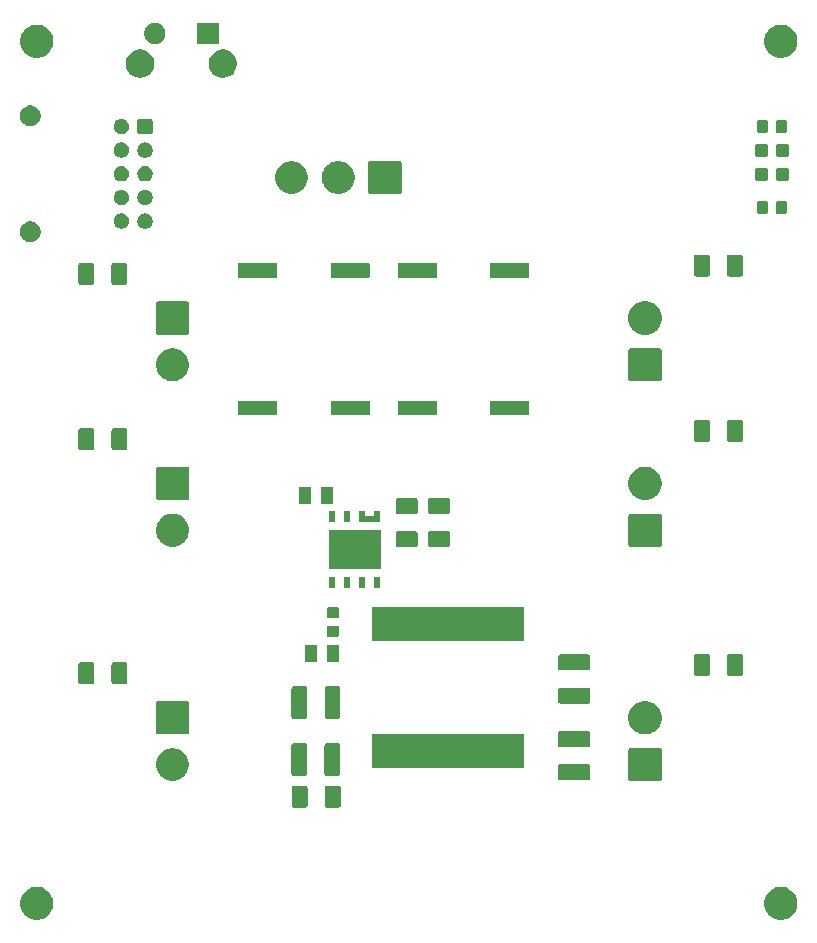
<source format=gbr>
G04 #@! TF.GenerationSoftware,KiCad,Pcbnew,(5.1.0-0)*
G04 #@! TF.CreationDate,2019-05-02T09:23:52-04:00*
G04 #@! TF.ProjectId,Power Board,506f7765-7220-4426-9f61-72642e6b6963,rev?*
G04 #@! TF.SameCoordinates,Original*
G04 #@! TF.FileFunction,Soldermask,Top*
G04 #@! TF.FilePolarity,Negative*
%FSLAX46Y46*%
G04 Gerber Fmt 4.6, Leading zero omitted, Abs format (unit mm)*
G04 Created by KiCad (PCBNEW (5.1.0-0)) date 2019-05-02 09:23:52*
%MOMM*%
%LPD*%
G04 APERTURE LIST*
%ADD10C,0.100000*%
G04 APERTURE END LIST*
D10*
G36*
X109502000Y-78384000D02*
G01*
X109502000Y-79094000D01*
X107922000Y-79094000D01*
X107922000Y-78384000D01*
X108232000Y-78384000D01*
X108232000Y-78734000D01*
X109192000Y-78734000D01*
X109192000Y-78384000D01*
X109502000Y-78384000D01*
G37*
X109502000Y-78384000D02*
X109502000Y-79094000D01*
X107922000Y-79094000D01*
X107922000Y-78384000D01*
X108232000Y-78384000D01*
X108232000Y-78734000D01*
X109192000Y-78734000D01*
X109192000Y-78384000D01*
X109502000Y-78384000D01*
G36*
X143908597Y-110153031D02*
G01*
X144163526Y-110258626D01*
X144163528Y-110258627D01*
X144392958Y-110411927D01*
X144588073Y-110607042D01*
X144741373Y-110836472D01*
X144741374Y-110836474D01*
X144846969Y-111091403D01*
X144900800Y-111362032D01*
X144900800Y-111637968D01*
X144846969Y-111908597D01*
X144741374Y-112163526D01*
X144741373Y-112163528D01*
X144588073Y-112392958D01*
X144392958Y-112588073D01*
X144163528Y-112741373D01*
X144163527Y-112741374D01*
X144163526Y-112741374D01*
X143908597Y-112846969D01*
X143637968Y-112900800D01*
X143362032Y-112900800D01*
X143091403Y-112846969D01*
X142836474Y-112741374D01*
X142836473Y-112741374D01*
X142836472Y-112741373D01*
X142607042Y-112588073D01*
X142411927Y-112392958D01*
X142258627Y-112163528D01*
X142258626Y-112163526D01*
X142153031Y-111908597D01*
X142099200Y-111637968D01*
X142099200Y-111362032D01*
X142153031Y-111091403D01*
X142258626Y-110836474D01*
X142258627Y-110836472D01*
X142411927Y-110607042D01*
X142607042Y-110411927D01*
X142836472Y-110258627D01*
X142836474Y-110258626D01*
X143091403Y-110153031D01*
X143362032Y-110099200D01*
X143637968Y-110099200D01*
X143908597Y-110153031D01*
X143908597Y-110153031D01*
G37*
G36*
X80908597Y-110153031D02*
G01*
X81163526Y-110258626D01*
X81163528Y-110258627D01*
X81392958Y-110411927D01*
X81588073Y-110607042D01*
X81741373Y-110836472D01*
X81741374Y-110836474D01*
X81846969Y-111091403D01*
X81900800Y-111362032D01*
X81900800Y-111637968D01*
X81846969Y-111908597D01*
X81741374Y-112163526D01*
X81741373Y-112163528D01*
X81588073Y-112392958D01*
X81392958Y-112588073D01*
X81163528Y-112741373D01*
X81163527Y-112741374D01*
X81163526Y-112741374D01*
X80908597Y-112846969D01*
X80637968Y-112900800D01*
X80362032Y-112900800D01*
X80091403Y-112846969D01*
X79836474Y-112741374D01*
X79836473Y-112741374D01*
X79836472Y-112741373D01*
X79607042Y-112588073D01*
X79411927Y-112392958D01*
X79258627Y-112163528D01*
X79258626Y-112163526D01*
X79153031Y-111908597D01*
X79099200Y-111637968D01*
X79099200Y-111362032D01*
X79153031Y-111091403D01*
X79258626Y-110836474D01*
X79258627Y-110836472D01*
X79411927Y-110607042D01*
X79607042Y-110411927D01*
X79836472Y-110258627D01*
X79836474Y-110258626D01*
X80091403Y-110153031D01*
X80362032Y-110099200D01*
X80637968Y-110099200D01*
X80908597Y-110153031D01*
X80908597Y-110153031D01*
G37*
G36*
X106077465Y-101545546D02*
G01*
X106113996Y-101556628D01*
X106147660Y-101574621D01*
X106177165Y-101598835D01*
X106201379Y-101628340D01*
X106219372Y-101662004D01*
X106230454Y-101698535D01*
X106234800Y-101742660D01*
X106234800Y-103191340D01*
X106230454Y-103235465D01*
X106219372Y-103271996D01*
X106201379Y-103305660D01*
X106177165Y-103335165D01*
X106147660Y-103359379D01*
X106113996Y-103377372D01*
X106077465Y-103388454D01*
X106033340Y-103392800D01*
X105084660Y-103392800D01*
X105040535Y-103388454D01*
X105004004Y-103377372D01*
X104970340Y-103359379D01*
X104940835Y-103335165D01*
X104916621Y-103305660D01*
X104898628Y-103271996D01*
X104887546Y-103235465D01*
X104883200Y-103191340D01*
X104883200Y-101742660D01*
X104887546Y-101698535D01*
X104898628Y-101662004D01*
X104916621Y-101628340D01*
X104940835Y-101598835D01*
X104970340Y-101574621D01*
X105004004Y-101556628D01*
X105040535Y-101545546D01*
X105084660Y-101541200D01*
X106033340Y-101541200D01*
X106077465Y-101545546D01*
X106077465Y-101545546D01*
G37*
G36*
X103277465Y-101545546D02*
G01*
X103313996Y-101556628D01*
X103347660Y-101574621D01*
X103377165Y-101598835D01*
X103401379Y-101628340D01*
X103419372Y-101662004D01*
X103430454Y-101698535D01*
X103434800Y-101742660D01*
X103434800Y-103191340D01*
X103430454Y-103235465D01*
X103419372Y-103271996D01*
X103401379Y-103305660D01*
X103377165Y-103335165D01*
X103347660Y-103359379D01*
X103313996Y-103377372D01*
X103277465Y-103388454D01*
X103233340Y-103392800D01*
X102284660Y-103392800D01*
X102240535Y-103388454D01*
X102204004Y-103377372D01*
X102170340Y-103359379D01*
X102140835Y-103335165D01*
X102116621Y-103305660D01*
X102098628Y-103271996D01*
X102087546Y-103235465D01*
X102083200Y-103191340D01*
X102083200Y-101742660D01*
X102087546Y-101698535D01*
X102098628Y-101662004D01*
X102116621Y-101628340D01*
X102140835Y-101598835D01*
X102170340Y-101574621D01*
X102204004Y-101556628D01*
X102240535Y-101545546D01*
X102284660Y-101541200D01*
X103233340Y-101541200D01*
X103277465Y-101545546D01*
X103277465Y-101545546D01*
G37*
G36*
X133273859Y-98342820D02*
G01*
X133303308Y-98351753D01*
X133330442Y-98366257D01*
X133354225Y-98385775D01*
X133373743Y-98409558D01*
X133388247Y-98436692D01*
X133397180Y-98466141D01*
X133400800Y-98502897D01*
X133400800Y-100977103D01*
X133397180Y-101013859D01*
X133388247Y-101043308D01*
X133373743Y-101070442D01*
X133354225Y-101094225D01*
X133330442Y-101113743D01*
X133303308Y-101128247D01*
X133273859Y-101137180D01*
X133237103Y-101140800D01*
X130762897Y-101140800D01*
X130726141Y-101137180D01*
X130696692Y-101128247D01*
X130669558Y-101113743D01*
X130645775Y-101094225D01*
X130626257Y-101070442D01*
X130611753Y-101043308D01*
X130602820Y-101013859D01*
X130599200Y-100977103D01*
X130599200Y-98502897D01*
X130602820Y-98466141D01*
X130611753Y-98436692D01*
X130626257Y-98409558D01*
X130645775Y-98385775D01*
X130669558Y-98366257D01*
X130696692Y-98351753D01*
X130726141Y-98342820D01*
X130762897Y-98339200D01*
X133237103Y-98339200D01*
X133273859Y-98342820D01*
X133273859Y-98342820D01*
G37*
G36*
X92408597Y-98393031D02*
G01*
X92585100Y-98466141D01*
X92663528Y-98498627D01*
X92892958Y-98651927D01*
X93088073Y-98847042D01*
X93241373Y-99076472D01*
X93241374Y-99076474D01*
X93346969Y-99331403D01*
X93400800Y-99602032D01*
X93400800Y-99877968D01*
X93346969Y-100148597D01*
X93241374Y-100403526D01*
X93241373Y-100403528D01*
X93088073Y-100632958D01*
X92892958Y-100828073D01*
X92663528Y-100981373D01*
X92663527Y-100981374D01*
X92663526Y-100981374D01*
X92408597Y-101086969D01*
X92137968Y-101140800D01*
X91862032Y-101140800D01*
X91591403Y-101086969D01*
X91336474Y-100981374D01*
X91336473Y-100981374D01*
X91336472Y-100981373D01*
X91107042Y-100828073D01*
X90911927Y-100632958D01*
X90758627Y-100403528D01*
X90758626Y-100403526D01*
X90653031Y-100148597D01*
X90599200Y-99877968D01*
X90599200Y-99602032D01*
X90653031Y-99331403D01*
X90758626Y-99076474D01*
X90758627Y-99076472D01*
X90911927Y-98847042D01*
X91107042Y-98651927D01*
X91336472Y-98498627D01*
X91414900Y-98466141D01*
X91591403Y-98393031D01*
X91862032Y-98339200D01*
X92137968Y-98339200D01*
X92408597Y-98393031D01*
X92408597Y-98393031D01*
G37*
G36*
X127218465Y-99728546D02*
G01*
X127254996Y-99739628D01*
X127288660Y-99757621D01*
X127318165Y-99781835D01*
X127342379Y-99811340D01*
X127360372Y-99845004D01*
X127371454Y-99881535D01*
X127375800Y-99925660D01*
X127375800Y-100874340D01*
X127371454Y-100918465D01*
X127360372Y-100954996D01*
X127342379Y-100988660D01*
X127318165Y-101018165D01*
X127288660Y-101042379D01*
X127254996Y-101060372D01*
X127218465Y-101071454D01*
X127174340Y-101075800D01*
X124825660Y-101075800D01*
X124781535Y-101071454D01*
X124745004Y-101060372D01*
X124711340Y-101042379D01*
X124681835Y-101018165D01*
X124657621Y-100988660D01*
X124639628Y-100954996D01*
X124628546Y-100918465D01*
X124624200Y-100874340D01*
X124624200Y-99925660D01*
X124628546Y-99881535D01*
X124639628Y-99845004D01*
X124657621Y-99811340D01*
X124681835Y-99781835D01*
X124711340Y-99757621D01*
X124745004Y-99739628D01*
X124781535Y-99728546D01*
X124825660Y-99724200D01*
X127174340Y-99724200D01*
X127218465Y-99728546D01*
X127218465Y-99728546D01*
G37*
G36*
X106052465Y-97942546D02*
G01*
X106088996Y-97953628D01*
X106122660Y-97971621D01*
X106152165Y-97995835D01*
X106176379Y-98025340D01*
X106194372Y-98059004D01*
X106205454Y-98095535D01*
X106209800Y-98139660D01*
X106209800Y-100488340D01*
X106205454Y-100532465D01*
X106194372Y-100568996D01*
X106176379Y-100602660D01*
X106152165Y-100632165D01*
X106122660Y-100656379D01*
X106088996Y-100674372D01*
X106052465Y-100685454D01*
X106008340Y-100689800D01*
X105059660Y-100689800D01*
X105015535Y-100685454D01*
X104979004Y-100674372D01*
X104945340Y-100656379D01*
X104915835Y-100632165D01*
X104891621Y-100602660D01*
X104873628Y-100568996D01*
X104862546Y-100532465D01*
X104858200Y-100488340D01*
X104858200Y-98139660D01*
X104862546Y-98095535D01*
X104873628Y-98059004D01*
X104891621Y-98025340D01*
X104915835Y-97995835D01*
X104945340Y-97971621D01*
X104979004Y-97953628D01*
X105015535Y-97942546D01*
X105059660Y-97938200D01*
X106008340Y-97938200D01*
X106052465Y-97942546D01*
X106052465Y-97942546D01*
G37*
G36*
X103252465Y-97942546D02*
G01*
X103288996Y-97953628D01*
X103322660Y-97971621D01*
X103352165Y-97995835D01*
X103376379Y-98025340D01*
X103394372Y-98059004D01*
X103405454Y-98095535D01*
X103409800Y-98139660D01*
X103409800Y-100488340D01*
X103405454Y-100532465D01*
X103394372Y-100568996D01*
X103376379Y-100602660D01*
X103352165Y-100632165D01*
X103322660Y-100656379D01*
X103288996Y-100674372D01*
X103252465Y-100685454D01*
X103208340Y-100689800D01*
X102259660Y-100689800D01*
X102215535Y-100685454D01*
X102179004Y-100674372D01*
X102145340Y-100656379D01*
X102115835Y-100632165D01*
X102091621Y-100602660D01*
X102073628Y-100568996D01*
X102062546Y-100532465D01*
X102058200Y-100488340D01*
X102058200Y-98139660D01*
X102062546Y-98095535D01*
X102073628Y-98059004D01*
X102091621Y-98025340D01*
X102115835Y-97995835D01*
X102145340Y-97971621D01*
X102179004Y-97953628D01*
X102215535Y-97942546D01*
X102259660Y-97938200D01*
X103208340Y-97938200D01*
X103252465Y-97942546D01*
X103252465Y-97942546D01*
G37*
G36*
X121781800Y-100058800D02*
G01*
X108850200Y-100058800D01*
X108850200Y-97167200D01*
X121781800Y-97167200D01*
X121781800Y-100058800D01*
X121781800Y-100058800D01*
G37*
G36*
X127218465Y-96928546D02*
G01*
X127254996Y-96939628D01*
X127288660Y-96957621D01*
X127318165Y-96981835D01*
X127342379Y-97011340D01*
X127360372Y-97045004D01*
X127371454Y-97081535D01*
X127375800Y-97125660D01*
X127375800Y-98074340D01*
X127371454Y-98118465D01*
X127360372Y-98154996D01*
X127342379Y-98188660D01*
X127318165Y-98218165D01*
X127288660Y-98242379D01*
X127254996Y-98260372D01*
X127218465Y-98271454D01*
X127174340Y-98275800D01*
X124825660Y-98275800D01*
X124781535Y-98271454D01*
X124745004Y-98260372D01*
X124711340Y-98242379D01*
X124681835Y-98218165D01*
X124657621Y-98188660D01*
X124639628Y-98154996D01*
X124628546Y-98118465D01*
X124624200Y-98074340D01*
X124624200Y-97125660D01*
X124628546Y-97081535D01*
X124639628Y-97045004D01*
X124657621Y-97011340D01*
X124681835Y-96981835D01*
X124711340Y-96957621D01*
X124745004Y-96939628D01*
X124781535Y-96928546D01*
X124825660Y-96924200D01*
X127174340Y-96924200D01*
X127218465Y-96928546D01*
X127218465Y-96928546D01*
G37*
G36*
X132408597Y-94433031D02*
G01*
X132663526Y-94538626D01*
X132663528Y-94538627D01*
X132892958Y-94691927D01*
X133088073Y-94887042D01*
X133241373Y-95116472D01*
X133241374Y-95116474D01*
X133346969Y-95371403D01*
X133400800Y-95642032D01*
X133400800Y-95917968D01*
X133346969Y-96188597D01*
X133241374Y-96443526D01*
X133241373Y-96443528D01*
X133088073Y-96672958D01*
X132892958Y-96868073D01*
X132663528Y-97021373D01*
X132663527Y-97021374D01*
X132663526Y-97021374D01*
X132408597Y-97126969D01*
X132137968Y-97180800D01*
X131862032Y-97180800D01*
X131591403Y-97126969D01*
X131336474Y-97021374D01*
X131336473Y-97021374D01*
X131336472Y-97021373D01*
X131107042Y-96868073D01*
X130911927Y-96672958D01*
X130758627Y-96443528D01*
X130758626Y-96443526D01*
X130653031Y-96188597D01*
X130599200Y-95917968D01*
X130599200Y-95642032D01*
X130653031Y-95371403D01*
X130758626Y-95116474D01*
X130758627Y-95116472D01*
X130911927Y-94887042D01*
X131107042Y-94691927D01*
X131336472Y-94538627D01*
X131336474Y-94538626D01*
X131591403Y-94433031D01*
X131862032Y-94379200D01*
X132137968Y-94379200D01*
X132408597Y-94433031D01*
X132408597Y-94433031D01*
G37*
G36*
X93273859Y-94382820D02*
G01*
X93303308Y-94391753D01*
X93330442Y-94406257D01*
X93354225Y-94425775D01*
X93373743Y-94449558D01*
X93388247Y-94476692D01*
X93397180Y-94506141D01*
X93400800Y-94542897D01*
X93400800Y-97017103D01*
X93397180Y-97053859D01*
X93388247Y-97083308D01*
X93373743Y-97110442D01*
X93354225Y-97134225D01*
X93330442Y-97153743D01*
X93303308Y-97168247D01*
X93273859Y-97177180D01*
X93237103Y-97180800D01*
X90762897Y-97180800D01*
X90726141Y-97177180D01*
X90696692Y-97168247D01*
X90669558Y-97153743D01*
X90645775Y-97134225D01*
X90626257Y-97110442D01*
X90611753Y-97083308D01*
X90602820Y-97053859D01*
X90599200Y-97017103D01*
X90599200Y-94542897D01*
X90602820Y-94506141D01*
X90611753Y-94476692D01*
X90626257Y-94449558D01*
X90645775Y-94425775D01*
X90669558Y-94406257D01*
X90696692Y-94391753D01*
X90726141Y-94382820D01*
X90762897Y-94379200D01*
X93237103Y-94379200D01*
X93273859Y-94382820D01*
X93273859Y-94382820D01*
G37*
G36*
X103258465Y-93116546D02*
G01*
X103294996Y-93127628D01*
X103328660Y-93145621D01*
X103358165Y-93169835D01*
X103382379Y-93199340D01*
X103400372Y-93233004D01*
X103411454Y-93269535D01*
X103415800Y-93313660D01*
X103415800Y-95662340D01*
X103411454Y-95706465D01*
X103400372Y-95742996D01*
X103382379Y-95776660D01*
X103358165Y-95806165D01*
X103328660Y-95830379D01*
X103294996Y-95848372D01*
X103258465Y-95859454D01*
X103214340Y-95863800D01*
X102265660Y-95863800D01*
X102221535Y-95859454D01*
X102185004Y-95848372D01*
X102151340Y-95830379D01*
X102121835Y-95806165D01*
X102097621Y-95776660D01*
X102079628Y-95742996D01*
X102068546Y-95706465D01*
X102064200Y-95662340D01*
X102064200Y-93313660D01*
X102068546Y-93269535D01*
X102079628Y-93233004D01*
X102097621Y-93199340D01*
X102121835Y-93169835D01*
X102151340Y-93145621D01*
X102185004Y-93127628D01*
X102221535Y-93116546D01*
X102265660Y-93112200D01*
X103214340Y-93112200D01*
X103258465Y-93116546D01*
X103258465Y-93116546D01*
G37*
G36*
X106058465Y-93116546D02*
G01*
X106094996Y-93127628D01*
X106128660Y-93145621D01*
X106158165Y-93169835D01*
X106182379Y-93199340D01*
X106200372Y-93233004D01*
X106211454Y-93269535D01*
X106215800Y-93313660D01*
X106215800Y-95662340D01*
X106211454Y-95706465D01*
X106200372Y-95742996D01*
X106182379Y-95776660D01*
X106158165Y-95806165D01*
X106128660Y-95830379D01*
X106094996Y-95848372D01*
X106058465Y-95859454D01*
X106014340Y-95863800D01*
X105065660Y-95863800D01*
X105021535Y-95859454D01*
X104985004Y-95848372D01*
X104951340Y-95830379D01*
X104921835Y-95806165D01*
X104897621Y-95776660D01*
X104879628Y-95742996D01*
X104868546Y-95706465D01*
X104864200Y-95662340D01*
X104864200Y-93313660D01*
X104868546Y-93269535D01*
X104879628Y-93233004D01*
X104897621Y-93199340D01*
X104921835Y-93169835D01*
X104951340Y-93145621D01*
X104985004Y-93127628D01*
X105021535Y-93116546D01*
X105065660Y-93112200D01*
X106014340Y-93112200D01*
X106058465Y-93116546D01*
X106058465Y-93116546D01*
G37*
G36*
X127218465Y-93228546D02*
G01*
X127254996Y-93239628D01*
X127288660Y-93257621D01*
X127318165Y-93281835D01*
X127342379Y-93311340D01*
X127360372Y-93345004D01*
X127371454Y-93381535D01*
X127375800Y-93425660D01*
X127375800Y-94374340D01*
X127371454Y-94418465D01*
X127360372Y-94454996D01*
X127342379Y-94488660D01*
X127318165Y-94518165D01*
X127288660Y-94542379D01*
X127254996Y-94560372D01*
X127218465Y-94571454D01*
X127174340Y-94575800D01*
X124825660Y-94575800D01*
X124781535Y-94571454D01*
X124745004Y-94560372D01*
X124711340Y-94542379D01*
X124681835Y-94518165D01*
X124657621Y-94488660D01*
X124639628Y-94454996D01*
X124628546Y-94418465D01*
X124624200Y-94374340D01*
X124624200Y-93425660D01*
X124628546Y-93381535D01*
X124639628Y-93345004D01*
X124657621Y-93311340D01*
X124681835Y-93281835D01*
X124711340Y-93257621D01*
X124745004Y-93239628D01*
X124781535Y-93228546D01*
X124825660Y-93224200D01*
X127174340Y-93224200D01*
X127218465Y-93228546D01*
X127218465Y-93228546D01*
G37*
G36*
X85218465Y-91078546D02*
G01*
X85254996Y-91089628D01*
X85288660Y-91107621D01*
X85318165Y-91131835D01*
X85342379Y-91161340D01*
X85360372Y-91195004D01*
X85371454Y-91231535D01*
X85375800Y-91275660D01*
X85375800Y-92724340D01*
X85371454Y-92768465D01*
X85360372Y-92804996D01*
X85342379Y-92838660D01*
X85318165Y-92868165D01*
X85288660Y-92892379D01*
X85254996Y-92910372D01*
X85218465Y-92921454D01*
X85174340Y-92925800D01*
X84225660Y-92925800D01*
X84181535Y-92921454D01*
X84145004Y-92910372D01*
X84111340Y-92892379D01*
X84081835Y-92868165D01*
X84057621Y-92838660D01*
X84039628Y-92804996D01*
X84028546Y-92768465D01*
X84024200Y-92724340D01*
X84024200Y-91275660D01*
X84028546Y-91231535D01*
X84039628Y-91195004D01*
X84057621Y-91161340D01*
X84081835Y-91131835D01*
X84111340Y-91107621D01*
X84145004Y-91089628D01*
X84181535Y-91078546D01*
X84225660Y-91074200D01*
X85174340Y-91074200D01*
X85218465Y-91078546D01*
X85218465Y-91078546D01*
G37*
G36*
X88018465Y-91078546D02*
G01*
X88054996Y-91089628D01*
X88088660Y-91107621D01*
X88118165Y-91131835D01*
X88142379Y-91161340D01*
X88160372Y-91195004D01*
X88171454Y-91231535D01*
X88175800Y-91275660D01*
X88175800Y-92724340D01*
X88171454Y-92768465D01*
X88160372Y-92804996D01*
X88142379Y-92838660D01*
X88118165Y-92868165D01*
X88088660Y-92892379D01*
X88054996Y-92910372D01*
X88018465Y-92921454D01*
X87974340Y-92925800D01*
X87025660Y-92925800D01*
X86981535Y-92921454D01*
X86945004Y-92910372D01*
X86911340Y-92892379D01*
X86881835Y-92868165D01*
X86857621Y-92838660D01*
X86839628Y-92804996D01*
X86828546Y-92768465D01*
X86824200Y-92724340D01*
X86824200Y-91275660D01*
X86828546Y-91231535D01*
X86839628Y-91195004D01*
X86857621Y-91161340D01*
X86881835Y-91131835D01*
X86911340Y-91107621D01*
X86945004Y-91089628D01*
X86981535Y-91078546D01*
X87025660Y-91074200D01*
X87974340Y-91074200D01*
X88018465Y-91078546D01*
X88018465Y-91078546D01*
G37*
G36*
X137318465Y-90378546D02*
G01*
X137354996Y-90389628D01*
X137388660Y-90407621D01*
X137418165Y-90431835D01*
X137442379Y-90461340D01*
X137460372Y-90495004D01*
X137471454Y-90531535D01*
X137475800Y-90575660D01*
X137475800Y-92024340D01*
X137471454Y-92068465D01*
X137460372Y-92104996D01*
X137442379Y-92138660D01*
X137418165Y-92168165D01*
X137388660Y-92192379D01*
X137354996Y-92210372D01*
X137318465Y-92221454D01*
X137274340Y-92225800D01*
X136325660Y-92225800D01*
X136281535Y-92221454D01*
X136245004Y-92210372D01*
X136211340Y-92192379D01*
X136181835Y-92168165D01*
X136157621Y-92138660D01*
X136139628Y-92104996D01*
X136128546Y-92068465D01*
X136124200Y-92024340D01*
X136124200Y-90575660D01*
X136128546Y-90531535D01*
X136139628Y-90495004D01*
X136157621Y-90461340D01*
X136181835Y-90431835D01*
X136211340Y-90407621D01*
X136245004Y-90389628D01*
X136281535Y-90378546D01*
X136325660Y-90374200D01*
X137274340Y-90374200D01*
X137318465Y-90378546D01*
X137318465Y-90378546D01*
G37*
G36*
X140118465Y-90378546D02*
G01*
X140154996Y-90389628D01*
X140188660Y-90407621D01*
X140218165Y-90431835D01*
X140242379Y-90461340D01*
X140260372Y-90495004D01*
X140271454Y-90531535D01*
X140275800Y-90575660D01*
X140275800Y-92024340D01*
X140271454Y-92068465D01*
X140260372Y-92104996D01*
X140242379Y-92138660D01*
X140218165Y-92168165D01*
X140188660Y-92192379D01*
X140154996Y-92210372D01*
X140118465Y-92221454D01*
X140074340Y-92225800D01*
X139125660Y-92225800D01*
X139081535Y-92221454D01*
X139045004Y-92210372D01*
X139011340Y-92192379D01*
X138981835Y-92168165D01*
X138957621Y-92138660D01*
X138939628Y-92104996D01*
X138928546Y-92068465D01*
X138924200Y-92024340D01*
X138924200Y-90575660D01*
X138928546Y-90531535D01*
X138939628Y-90495004D01*
X138957621Y-90461340D01*
X138981835Y-90431835D01*
X139011340Y-90407621D01*
X139045004Y-90389628D01*
X139081535Y-90378546D01*
X139125660Y-90374200D01*
X140074340Y-90374200D01*
X140118465Y-90378546D01*
X140118465Y-90378546D01*
G37*
G36*
X127218465Y-90428546D02*
G01*
X127254996Y-90439628D01*
X127288660Y-90457621D01*
X127318165Y-90481835D01*
X127342379Y-90511340D01*
X127360372Y-90545004D01*
X127371454Y-90581535D01*
X127375800Y-90625660D01*
X127375800Y-91574340D01*
X127371454Y-91618465D01*
X127360372Y-91654996D01*
X127342379Y-91688660D01*
X127318165Y-91718165D01*
X127288660Y-91742379D01*
X127254996Y-91760372D01*
X127218465Y-91771454D01*
X127174340Y-91775800D01*
X124825660Y-91775800D01*
X124781535Y-91771454D01*
X124745004Y-91760372D01*
X124711340Y-91742379D01*
X124681835Y-91718165D01*
X124657621Y-91688660D01*
X124639628Y-91654996D01*
X124628546Y-91618465D01*
X124624200Y-91574340D01*
X124624200Y-90625660D01*
X124628546Y-90581535D01*
X124639628Y-90545004D01*
X124657621Y-90511340D01*
X124681835Y-90481835D01*
X124711340Y-90457621D01*
X124745004Y-90439628D01*
X124781535Y-90428546D01*
X124825660Y-90424200D01*
X127174340Y-90424200D01*
X127218465Y-90428546D01*
X127218465Y-90428546D01*
G37*
G36*
X104084348Y-89603764D02*
G01*
X104123000Y-89615489D01*
X104158623Y-89634530D01*
X104189846Y-89660154D01*
X104215470Y-89691377D01*
X104234511Y-89727000D01*
X104246236Y-89765652D01*
X104250800Y-89811991D01*
X104250800Y-90888009D01*
X104246236Y-90934348D01*
X104234511Y-90973000D01*
X104215470Y-91008623D01*
X104189846Y-91039846D01*
X104158623Y-91065470D01*
X104123000Y-91084511D01*
X104084348Y-91096236D01*
X104038009Y-91100800D01*
X103386991Y-91100800D01*
X103340652Y-91096236D01*
X103302000Y-91084511D01*
X103266377Y-91065470D01*
X103235154Y-91039846D01*
X103209530Y-91008623D01*
X103190489Y-90973000D01*
X103178764Y-90934348D01*
X103174200Y-90888009D01*
X103174200Y-89811991D01*
X103178764Y-89765652D01*
X103190489Y-89727000D01*
X103209530Y-89691377D01*
X103235154Y-89660154D01*
X103266377Y-89634530D01*
X103302000Y-89615489D01*
X103340652Y-89603764D01*
X103386991Y-89599200D01*
X104038009Y-89599200D01*
X104084348Y-89603764D01*
X104084348Y-89603764D01*
G37*
G36*
X105959348Y-89603764D02*
G01*
X105998000Y-89615489D01*
X106033623Y-89634530D01*
X106064846Y-89660154D01*
X106090470Y-89691377D01*
X106109511Y-89727000D01*
X106121236Y-89765652D01*
X106125800Y-89811991D01*
X106125800Y-90888009D01*
X106121236Y-90934348D01*
X106109511Y-90973000D01*
X106090470Y-91008623D01*
X106064846Y-91039846D01*
X106033623Y-91065470D01*
X105998000Y-91084511D01*
X105959348Y-91096236D01*
X105913009Y-91100800D01*
X105261991Y-91100800D01*
X105215652Y-91096236D01*
X105177000Y-91084511D01*
X105141377Y-91065470D01*
X105110154Y-91039846D01*
X105084530Y-91008623D01*
X105065489Y-90973000D01*
X105053764Y-90934348D01*
X105049200Y-90888009D01*
X105049200Y-89811991D01*
X105053764Y-89765652D01*
X105065489Y-89727000D01*
X105084530Y-89691377D01*
X105110154Y-89660154D01*
X105141377Y-89634530D01*
X105177000Y-89615489D01*
X105215652Y-89603764D01*
X105261991Y-89599200D01*
X105913009Y-89599200D01*
X105959348Y-89603764D01*
X105959348Y-89603764D01*
G37*
G36*
X121781800Y-89268800D02*
G01*
X108850200Y-89268800D01*
X108850200Y-86377200D01*
X121781800Y-86377200D01*
X121781800Y-89268800D01*
X121781800Y-89268800D01*
G37*
G36*
X105954468Y-87978283D02*
G01*
X105988433Y-87988586D01*
X106019734Y-88005317D01*
X106047168Y-88027832D01*
X106069683Y-88055266D01*
X106086414Y-88086567D01*
X106096717Y-88120532D01*
X106100800Y-88161990D01*
X106100800Y-88763010D01*
X106096717Y-88804468D01*
X106086414Y-88838433D01*
X106069683Y-88869734D01*
X106047168Y-88897168D01*
X106019734Y-88919683D01*
X105988433Y-88936414D01*
X105954468Y-88946717D01*
X105913010Y-88950800D01*
X105236990Y-88950800D01*
X105195532Y-88946717D01*
X105161567Y-88936414D01*
X105130266Y-88919683D01*
X105102832Y-88897168D01*
X105080317Y-88869734D01*
X105063586Y-88838433D01*
X105053283Y-88804468D01*
X105049200Y-88763010D01*
X105049200Y-88161990D01*
X105053283Y-88120532D01*
X105063586Y-88086567D01*
X105080317Y-88055266D01*
X105102832Y-88027832D01*
X105130266Y-88005317D01*
X105161567Y-87988586D01*
X105195532Y-87978283D01*
X105236990Y-87974200D01*
X105913010Y-87974200D01*
X105954468Y-87978283D01*
X105954468Y-87978283D01*
G37*
G36*
X105954468Y-86403283D02*
G01*
X105988433Y-86413586D01*
X106019734Y-86430317D01*
X106047168Y-86452832D01*
X106069683Y-86480266D01*
X106086414Y-86511567D01*
X106096717Y-86545532D01*
X106100800Y-86586990D01*
X106100800Y-87188010D01*
X106096717Y-87229468D01*
X106086414Y-87263433D01*
X106069683Y-87294734D01*
X106047168Y-87322168D01*
X106019734Y-87344683D01*
X105988433Y-87361414D01*
X105954468Y-87371717D01*
X105913010Y-87375800D01*
X105236990Y-87375800D01*
X105195532Y-87371717D01*
X105161567Y-87361414D01*
X105130266Y-87344683D01*
X105102832Y-87322168D01*
X105080317Y-87294734D01*
X105063586Y-87263433D01*
X105053283Y-87229468D01*
X105049200Y-87188010D01*
X105049200Y-86586990D01*
X105053283Y-86545532D01*
X105063586Y-86511567D01*
X105080317Y-86480266D01*
X105102832Y-86452832D01*
X105130266Y-86430317D01*
X105161567Y-86413586D01*
X105195532Y-86403283D01*
X105236990Y-86399200D01*
X105913010Y-86399200D01*
X105954468Y-86403283D01*
X105954468Y-86403283D01*
G37*
G36*
X105792800Y-84784800D02*
G01*
X105281200Y-84784800D01*
X105281200Y-83873200D01*
X105792800Y-83873200D01*
X105792800Y-84784800D01*
X105792800Y-84784800D01*
G37*
G36*
X109602800Y-84784800D02*
G01*
X109091200Y-84784800D01*
X109091200Y-83873200D01*
X109602800Y-83873200D01*
X109602800Y-84784800D01*
X109602800Y-84784800D01*
G37*
G36*
X108332800Y-84784800D02*
G01*
X107821200Y-84784800D01*
X107821200Y-83873200D01*
X108332800Y-83873200D01*
X108332800Y-84784800D01*
X108332800Y-84784800D01*
G37*
G36*
X107062800Y-84784800D02*
G01*
X106551200Y-84784800D01*
X106551200Y-83873200D01*
X107062800Y-83873200D01*
X107062800Y-84784800D01*
X107062800Y-84784800D01*
G37*
G36*
X109652300Y-83162800D02*
G01*
X105231700Y-83162800D01*
X105231700Y-79905200D01*
X109652300Y-79905200D01*
X109652300Y-83162800D01*
X109652300Y-83162800D01*
G37*
G36*
X112592465Y-79987546D02*
G01*
X112628996Y-79998628D01*
X112662660Y-80016621D01*
X112692165Y-80040835D01*
X112716379Y-80070340D01*
X112734372Y-80104004D01*
X112745454Y-80140535D01*
X112749800Y-80184660D01*
X112749800Y-81133340D01*
X112745454Y-81177465D01*
X112734372Y-81213996D01*
X112716379Y-81247660D01*
X112692165Y-81277165D01*
X112662660Y-81301379D01*
X112628996Y-81319372D01*
X112592465Y-81330454D01*
X112548340Y-81334800D01*
X111099660Y-81334800D01*
X111055535Y-81330454D01*
X111019004Y-81319372D01*
X110985340Y-81301379D01*
X110955835Y-81277165D01*
X110931621Y-81247660D01*
X110913628Y-81213996D01*
X110902546Y-81177465D01*
X110898200Y-81133340D01*
X110898200Y-80184660D01*
X110902546Y-80140535D01*
X110913628Y-80104004D01*
X110931621Y-80070340D01*
X110955835Y-80040835D01*
X110985340Y-80016621D01*
X111019004Y-79998628D01*
X111055535Y-79987546D01*
X111099660Y-79983200D01*
X112548340Y-79983200D01*
X112592465Y-79987546D01*
X112592465Y-79987546D01*
G37*
G36*
X115318465Y-79978546D02*
G01*
X115354996Y-79989628D01*
X115388660Y-80007621D01*
X115418165Y-80031835D01*
X115442379Y-80061340D01*
X115460372Y-80095004D01*
X115471454Y-80131535D01*
X115475800Y-80175660D01*
X115475800Y-81124340D01*
X115471454Y-81168465D01*
X115460372Y-81204996D01*
X115442379Y-81238660D01*
X115418165Y-81268165D01*
X115388660Y-81292379D01*
X115354996Y-81310372D01*
X115318465Y-81321454D01*
X115274340Y-81325800D01*
X113825660Y-81325800D01*
X113781535Y-81321454D01*
X113745004Y-81310372D01*
X113711340Y-81292379D01*
X113681835Y-81268165D01*
X113657621Y-81238660D01*
X113639628Y-81204996D01*
X113628546Y-81168465D01*
X113624200Y-81124340D01*
X113624200Y-80175660D01*
X113628546Y-80131535D01*
X113639628Y-80095004D01*
X113657621Y-80061340D01*
X113681835Y-80031835D01*
X113711340Y-80007621D01*
X113745004Y-79989628D01*
X113781535Y-79978546D01*
X113825660Y-79974200D01*
X115274340Y-79974200D01*
X115318465Y-79978546D01*
X115318465Y-79978546D01*
G37*
G36*
X92408597Y-78551031D02*
G01*
X92585100Y-78624141D01*
X92663528Y-78656627D01*
X92892958Y-78809927D01*
X93088073Y-79005042D01*
X93214064Y-79193601D01*
X93241374Y-79234474D01*
X93346969Y-79489403D01*
X93400800Y-79760032D01*
X93400800Y-80035968D01*
X93346969Y-80306597D01*
X93288745Y-80447162D01*
X93241373Y-80561528D01*
X93088073Y-80790958D01*
X92892958Y-80986073D01*
X92663528Y-81139373D01*
X92663527Y-81139374D01*
X92663526Y-81139374D01*
X92408597Y-81244969D01*
X92137968Y-81298800D01*
X91862032Y-81298800D01*
X91591403Y-81244969D01*
X91336474Y-81139374D01*
X91336473Y-81139374D01*
X91336472Y-81139373D01*
X91107042Y-80986073D01*
X90911927Y-80790958D01*
X90758627Y-80561528D01*
X90711255Y-80447162D01*
X90653031Y-80306597D01*
X90599200Y-80035968D01*
X90599200Y-79760032D01*
X90653031Y-79489403D01*
X90758626Y-79234474D01*
X90785936Y-79193601D01*
X90911927Y-79005042D01*
X91107042Y-78809927D01*
X91336472Y-78656627D01*
X91414900Y-78624141D01*
X91591403Y-78551031D01*
X91862032Y-78497200D01*
X92137968Y-78497200D01*
X92408597Y-78551031D01*
X92408597Y-78551031D01*
G37*
G36*
X133273859Y-78500820D02*
G01*
X133303308Y-78509753D01*
X133330442Y-78524257D01*
X133354225Y-78543775D01*
X133373743Y-78567558D01*
X133388247Y-78594692D01*
X133397180Y-78624141D01*
X133400800Y-78660897D01*
X133400800Y-81135103D01*
X133397180Y-81171859D01*
X133388247Y-81201308D01*
X133373743Y-81228442D01*
X133354225Y-81252225D01*
X133330442Y-81271743D01*
X133303308Y-81286247D01*
X133273859Y-81295180D01*
X133237103Y-81298800D01*
X130762897Y-81298800D01*
X130726141Y-81295180D01*
X130696692Y-81286247D01*
X130669558Y-81271743D01*
X130645775Y-81252225D01*
X130626257Y-81228442D01*
X130611753Y-81201308D01*
X130602820Y-81171859D01*
X130599200Y-81135103D01*
X130599200Y-78660897D01*
X130602820Y-78624141D01*
X130611753Y-78594692D01*
X130626257Y-78567558D01*
X130645775Y-78543775D01*
X130669558Y-78524257D01*
X130696692Y-78509753D01*
X130726141Y-78500820D01*
X130762897Y-78497200D01*
X133237103Y-78497200D01*
X133273859Y-78500820D01*
X133273859Y-78500820D01*
G37*
G36*
X105792800Y-79194800D02*
G01*
X105281200Y-79194800D01*
X105281200Y-78283200D01*
X105792800Y-78283200D01*
X105792800Y-79194800D01*
X105792800Y-79194800D01*
G37*
G36*
X107062800Y-79194800D02*
G01*
X106551200Y-79194800D01*
X106551200Y-78283200D01*
X107062800Y-78283200D01*
X107062800Y-79194800D01*
X107062800Y-79194800D01*
G37*
G36*
X108332800Y-79194800D02*
G01*
X107821200Y-79194800D01*
X107821200Y-78283200D01*
X108332800Y-78283200D01*
X108332800Y-79194800D01*
X108332800Y-79194800D01*
G37*
G36*
X109602800Y-79194800D02*
G01*
X109091200Y-79194800D01*
X109091200Y-78283200D01*
X109602800Y-78283200D01*
X109602800Y-79194800D01*
X109602800Y-79194800D01*
G37*
G36*
X112592465Y-77187546D02*
G01*
X112628996Y-77198628D01*
X112662660Y-77216621D01*
X112692165Y-77240835D01*
X112716379Y-77270340D01*
X112734372Y-77304004D01*
X112745454Y-77340535D01*
X112749800Y-77384660D01*
X112749800Y-78333340D01*
X112745454Y-78377465D01*
X112734372Y-78413996D01*
X112716379Y-78447660D01*
X112692165Y-78477165D01*
X112662660Y-78501379D01*
X112628996Y-78519372D01*
X112592465Y-78530454D01*
X112548340Y-78534800D01*
X111099660Y-78534800D01*
X111055535Y-78530454D01*
X111019004Y-78519372D01*
X110985340Y-78501379D01*
X110955835Y-78477165D01*
X110931621Y-78447660D01*
X110913628Y-78413996D01*
X110902546Y-78377465D01*
X110898200Y-78333340D01*
X110898200Y-77384660D01*
X110902546Y-77340535D01*
X110913628Y-77304004D01*
X110931621Y-77270340D01*
X110955835Y-77240835D01*
X110985340Y-77216621D01*
X111019004Y-77198628D01*
X111055535Y-77187546D01*
X111099660Y-77183200D01*
X112548340Y-77183200D01*
X112592465Y-77187546D01*
X112592465Y-77187546D01*
G37*
G36*
X115318465Y-77178546D02*
G01*
X115354996Y-77189628D01*
X115388660Y-77207621D01*
X115418165Y-77231835D01*
X115442379Y-77261340D01*
X115460372Y-77295004D01*
X115471454Y-77331535D01*
X115475800Y-77375660D01*
X115475800Y-78324340D01*
X115471454Y-78368465D01*
X115460372Y-78404996D01*
X115442379Y-78438660D01*
X115418165Y-78468165D01*
X115388660Y-78492379D01*
X115354996Y-78510372D01*
X115318465Y-78521454D01*
X115274340Y-78525800D01*
X113825660Y-78525800D01*
X113781535Y-78521454D01*
X113745004Y-78510372D01*
X113711340Y-78492379D01*
X113681835Y-78468165D01*
X113657621Y-78438660D01*
X113639628Y-78404996D01*
X113628546Y-78368465D01*
X113624200Y-78324340D01*
X113624200Y-77375660D01*
X113628546Y-77331535D01*
X113639628Y-77295004D01*
X113657621Y-77261340D01*
X113681835Y-77231835D01*
X113711340Y-77207621D01*
X113745004Y-77189628D01*
X113781535Y-77178546D01*
X113825660Y-77174200D01*
X115274340Y-77174200D01*
X115318465Y-77178546D01*
X115318465Y-77178546D01*
G37*
G36*
X103574348Y-76215764D02*
G01*
X103613000Y-76227489D01*
X103648623Y-76246530D01*
X103679846Y-76272154D01*
X103705470Y-76303377D01*
X103724511Y-76339000D01*
X103736236Y-76377652D01*
X103740800Y-76423991D01*
X103740800Y-77500009D01*
X103736236Y-77546348D01*
X103724511Y-77585000D01*
X103705470Y-77620623D01*
X103679846Y-77651846D01*
X103648623Y-77677470D01*
X103613000Y-77696511D01*
X103574348Y-77708236D01*
X103528009Y-77712800D01*
X102876991Y-77712800D01*
X102830652Y-77708236D01*
X102792000Y-77696511D01*
X102756377Y-77677470D01*
X102725154Y-77651846D01*
X102699530Y-77620623D01*
X102680489Y-77585000D01*
X102668764Y-77546348D01*
X102664200Y-77500009D01*
X102664200Y-76423991D01*
X102668764Y-76377652D01*
X102680489Y-76339000D01*
X102699530Y-76303377D01*
X102725154Y-76272154D01*
X102756377Y-76246530D01*
X102792000Y-76227489D01*
X102830652Y-76215764D01*
X102876991Y-76211200D01*
X103528009Y-76211200D01*
X103574348Y-76215764D01*
X103574348Y-76215764D01*
G37*
G36*
X105449348Y-76215764D02*
G01*
X105488000Y-76227489D01*
X105523623Y-76246530D01*
X105554846Y-76272154D01*
X105580470Y-76303377D01*
X105599511Y-76339000D01*
X105611236Y-76377652D01*
X105615800Y-76423991D01*
X105615800Y-77500009D01*
X105611236Y-77546348D01*
X105599511Y-77585000D01*
X105580470Y-77620623D01*
X105554846Y-77651846D01*
X105523623Y-77677470D01*
X105488000Y-77696511D01*
X105449348Y-77708236D01*
X105403009Y-77712800D01*
X104751991Y-77712800D01*
X104705652Y-77708236D01*
X104667000Y-77696511D01*
X104631377Y-77677470D01*
X104600154Y-77651846D01*
X104574530Y-77620623D01*
X104555489Y-77585000D01*
X104543764Y-77546348D01*
X104539200Y-77500009D01*
X104539200Y-76423991D01*
X104543764Y-76377652D01*
X104555489Y-76339000D01*
X104574530Y-76303377D01*
X104600154Y-76272154D01*
X104631377Y-76246530D01*
X104667000Y-76227489D01*
X104705652Y-76215764D01*
X104751991Y-76211200D01*
X105403009Y-76211200D01*
X105449348Y-76215764D01*
X105449348Y-76215764D01*
G37*
G36*
X132408597Y-74591031D02*
G01*
X132585100Y-74664141D01*
X132663528Y-74696627D01*
X132892958Y-74849927D01*
X133088073Y-75045042D01*
X133241373Y-75274472D01*
X133241374Y-75274474D01*
X133346969Y-75529403D01*
X133400800Y-75800032D01*
X133400800Y-76075968D01*
X133346969Y-76346597D01*
X133241374Y-76601526D01*
X133241373Y-76601528D01*
X133088073Y-76830958D01*
X132892958Y-77026073D01*
X132663528Y-77179373D01*
X132663527Y-77179374D01*
X132663526Y-77179374D01*
X132408597Y-77284969D01*
X132137968Y-77338800D01*
X131862032Y-77338800D01*
X131591403Y-77284969D01*
X131336474Y-77179374D01*
X131336473Y-77179374D01*
X131336472Y-77179373D01*
X131107042Y-77026073D01*
X130911927Y-76830958D01*
X130758627Y-76601528D01*
X130758626Y-76601526D01*
X130653031Y-76346597D01*
X130599200Y-76075968D01*
X130599200Y-75800032D01*
X130653031Y-75529403D01*
X130758626Y-75274474D01*
X130758627Y-75274472D01*
X130911927Y-75045042D01*
X131107042Y-74849927D01*
X131336472Y-74696627D01*
X131414900Y-74664141D01*
X131591403Y-74591031D01*
X131862032Y-74537200D01*
X132137968Y-74537200D01*
X132408597Y-74591031D01*
X132408597Y-74591031D01*
G37*
G36*
X93273859Y-74540820D02*
G01*
X93303308Y-74549753D01*
X93330442Y-74564257D01*
X93354225Y-74583775D01*
X93373743Y-74607558D01*
X93388247Y-74634692D01*
X93397180Y-74664141D01*
X93400800Y-74700897D01*
X93400800Y-77175103D01*
X93397180Y-77211859D01*
X93388247Y-77241308D01*
X93373743Y-77268442D01*
X93354226Y-77292224D01*
X93330442Y-77311743D01*
X93303308Y-77326247D01*
X93273859Y-77335180D01*
X93237103Y-77338800D01*
X90762897Y-77338800D01*
X90726141Y-77335180D01*
X90696692Y-77326247D01*
X90669558Y-77311743D01*
X90645774Y-77292224D01*
X90626257Y-77268442D01*
X90611753Y-77241308D01*
X90602820Y-77211859D01*
X90599200Y-77175103D01*
X90599200Y-74700897D01*
X90602820Y-74664141D01*
X90611753Y-74634692D01*
X90626257Y-74607558D01*
X90645775Y-74583775D01*
X90669558Y-74564257D01*
X90696692Y-74549753D01*
X90726141Y-74540820D01*
X90762897Y-74537200D01*
X93237103Y-74537200D01*
X93273859Y-74540820D01*
X93273859Y-74540820D01*
G37*
G36*
X85218465Y-71278546D02*
G01*
X85254996Y-71289628D01*
X85288660Y-71307621D01*
X85318165Y-71331835D01*
X85342379Y-71361340D01*
X85360372Y-71395004D01*
X85371454Y-71431535D01*
X85375800Y-71475660D01*
X85375800Y-72924340D01*
X85371454Y-72968465D01*
X85360372Y-73004996D01*
X85342379Y-73038660D01*
X85318165Y-73068165D01*
X85288660Y-73092379D01*
X85254996Y-73110372D01*
X85218465Y-73121454D01*
X85174340Y-73125800D01*
X84225660Y-73125800D01*
X84181535Y-73121454D01*
X84145004Y-73110372D01*
X84111340Y-73092379D01*
X84081835Y-73068165D01*
X84057621Y-73038660D01*
X84039628Y-73004996D01*
X84028546Y-72968465D01*
X84024200Y-72924340D01*
X84024200Y-71475660D01*
X84028546Y-71431535D01*
X84039628Y-71395004D01*
X84057621Y-71361340D01*
X84081835Y-71331835D01*
X84111340Y-71307621D01*
X84145004Y-71289628D01*
X84181535Y-71278546D01*
X84225660Y-71274200D01*
X85174340Y-71274200D01*
X85218465Y-71278546D01*
X85218465Y-71278546D01*
G37*
G36*
X88018465Y-71278546D02*
G01*
X88054996Y-71289628D01*
X88088660Y-71307621D01*
X88118165Y-71331835D01*
X88142379Y-71361340D01*
X88160372Y-71395004D01*
X88171454Y-71431535D01*
X88175800Y-71475660D01*
X88175800Y-72924340D01*
X88171454Y-72968465D01*
X88160372Y-73004996D01*
X88142379Y-73038660D01*
X88118165Y-73068165D01*
X88088660Y-73092379D01*
X88054996Y-73110372D01*
X88018465Y-73121454D01*
X87974340Y-73125800D01*
X87025660Y-73125800D01*
X86981535Y-73121454D01*
X86945004Y-73110372D01*
X86911340Y-73092379D01*
X86881835Y-73068165D01*
X86857621Y-73038660D01*
X86839628Y-73004996D01*
X86828546Y-72968465D01*
X86824200Y-72924340D01*
X86824200Y-71475660D01*
X86828546Y-71431535D01*
X86839628Y-71395004D01*
X86857621Y-71361340D01*
X86881835Y-71331835D01*
X86911340Y-71307621D01*
X86945004Y-71289628D01*
X86981535Y-71278546D01*
X87025660Y-71274200D01*
X87974340Y-71274200D01*
X88018465Y-71278546D01*
X88018465Y-71278546D01*
G37*
G36*
X137318465Y-70578546D02*
G01*
X137354996Y-70589628D01*
X137388660Y-70607621D01*
X137418165Y-70631835D01*
X137442379Y-70661340D01*
X137460372Y-70695004D01*
X137471454Y-70731535D01*
X137475800Y-70775660D01*
X137475800Y-72224340D01*
X137471454Y-72268465D01*
X137460372Y-72304996D01*
X137442379Y-72338660D01*
X137418165Y-72368165D01*
X137388660Y-72392379D01*
X137354996Y-72410372D01*
X137318465Y-72421454D01*
X137274340Y-72425800D01*
X136325660Y-72425800D01*
X136281535Y-72421454D01*
X136245004Y-72410372D01*
X136211340Y-72392379D01*
X136181835Y-72368165D01*
X136157621Y-72338660D01*
X136139628Y-72304996D01*
X136128546Y-72268465D01*
X136124200Y-72224340D01*
X136124200Y-70775660D01*
X136128546Y-70731535D01*
X136139628Y-70695004D01*
X136157621Y-70661340D01*
X136181835Y-70631835D01*
X136211340Y-70607621D01*
X136245004Y-70589628D01*
X136281535Y-70578546D01*
X136325660Y-70574200D01*
X137274340Y-70574200D01*
X137318465Y-70578546D01*
X137318465Y-70578546D01*
G37*
G36*
X140118465Y-70578546D02*
G01*
X140154996Y-70589628D01*
X140188660Y-70607621D01*
X140218165Y-70631835D01*
X140242379Y-70661340D01*
X140260372Y-70695004D01*
X140271454Y-70731535D01*
X140275800Y-70775660D01*
X140275800Y-72224340D01*
X140271454Y-72268465D01*
X140260372Y-72304996D01*
X140242379Y-72338660D01*
X140218165Y-72368165D01*
X140188660Y-72392379D01*
X140154996Y-72410372D01*
X140118465Y-72421454D01*
X140074340Y-72425800D01*
X139125660Y-72425800D01*
X139081535Y-72421454D01*
X139045004Y-72410372D01*
X139011340Y-72392379D01*
X138981835Y-72368165D01*
X138957621Y-72338660D01*
X138939628Y-72304996D01*
X138928546Y-72268465D01*
X138924200Y-72224340D01*
X138924200Y-70775660D01*
X138928546Y-70731535D01*
X138939628Y-70695004D01*
X138957621Y-70661340D01*
X138981835Y-70631835D01*
X139011340Y-70607621D01*
X139045004Y-70589628D01*
X139081535Y-70578546D01*
X139125660Y-70574200D01*
X140074340Y-70574200D01*
X140118465Y-70578546D01*
X140118465Y-70578546D01*
G37*
G36*
X108658452Y-68942180D02*
G01*
X108662125Y-68943294D01*
X108665503Y-68945100D01*
X108668467Y-68947533D01*
X108670900Y-68950497D01*
X108672706Y-68953875D01*
X108673820Y-68957548D01*
X108674800Y-68967498D01*
X108674800Y-70116502D01*
X108673820Y-70126452D01*
X108672706Y-70130125D01*
X108670900Y-70133503D01*
X108668467Y-70136467D01*
X108665503Y-70138900D01*
X108662125Y-70140706D01*
X108658452Y-70141820D01*
X108648502Y-70142800D01*
X105399498Y-70142800D01*
X105389548Y-70141820D01*
X105385875Y-70140706D01*
X105382497Y-70138900D01*
X105379533Y-70136467D01*
X105377100Y-70133503D01*
X105375294Y-70130125D01*
X105374180Y-70126452D01*
X105373200Y-70116502D01*
X105373200Y-68967498D01*
X105374180Y-68957548D01*
X105375294Y-68953875D01*
X105377100Y-68950497D01*
X105379533Y-68947533D01*
X105382497Y-68945100D01*
X105385875Y-68943294D01*
X105389548Y-68942180D01*
X105399498Y-68941200D01*
X108648502Y-68941200D01*
X108658452Y-68942180D01*
X108658452Y-68942180D01*
G37*
G36*
X114388452Y-68942180D02*
G01*
X114392125Y-68943294D01*
X114395503Y-68945100D01*
X114398467Y-68947533D01*
X114400900Y-68950497D01*
X114402706Y-68953875D01*
X114403820Y-68957548D01*
X114404800Y-68967498D01*
X114404800Y-70116502D01*
X114403820Y-70126452D01*
X114402706Y-70130125D01*
X114400900Y-70133503D01*
X114398467Y-70136467D01*
X114395503Y-70138900D01*
X114392125Y-70140706D01*
X114388452Y-70141820D01*
X114378502Y-70142800D01*
X111129498Y-70142800D01*
X111119548Y-70141820D01*
X111115875Y-70140706D01*
X111112497Y-70138900D01*
X111109533Y-70136467D01*
X111107100Y-70133503D01*
X111105294Y-70130125D01*
X111104180Y-70126452D01*
X111103200Y-70116502D01*
X111103200Y-68967498D01*
X111104180Y-68957548D01*
X111105294Y-68953875D01*
X111107100Y-68950497D01*
X111109533Y-68947533D01*
X111112497Y-68945100D01*
X111115875Y-68943294D01*
X111119548Y-68942180D01*
X111129498Y-68941200D01*
X114378502Y-68941200D01*
X114388452Y-68942180D01*
X114388452Y-68942180D01*
G37*
G36*
X100858452Y-68942180D02*
G01*
X100862125Y-68943294D01*
X100865503Y-68945100D01*
X100868467Y-68947533D01*
X100870900Y-68950497D01*
X100872706Y-68953875D01*
X100873820Y-68957548D01*
X100874800Y-68967498D01*
X100874800Y-70116502D01*
X100873820Y-70126452D01*
X100872706Y-70130125D01*
X100870900Y-70133503D01*
X100868467Y-70136467D01*
X100865503Y-70138900D01*
X100862125Y-70140706D01*
X100858452Y-70141820D01*
X100848502Y-70142800D01*
X97599498Y-70142800D01*
X97589548Y-70141820D01*
X97585875Y-70140706D01*
X97582497Y-70138900D01*
X97579533Y-70136467D01*
X97577100Y-70133503D01*
X97575294Y-70130125D01*
X97574180Y-70126452D01*
X97573200Y-70116502D01*
X97573200Y-68967498D01*
X97574180Y-68957548D01*
X97575294Y-68953875D01*
X97577100Y-68950497D01*
X97579533Y-68947533D01*
X97582497Y-68945100D01*
X97585875Y-68943294D01*
X97589548Y-68942180D01*
X97599498Y-68941200D01*
X100848502Y-68941200D01*
X100858452Y-68942180D01*
X100858452Y-68942180D01*
G37*
G36*
X122188452Y-68942180D02*
G01*
X122192125Y-68943294D01*
X122195503Y-68945100D01*
X122198467Y-68947533D01*
X122200900Y-68950497D01*
X122202706Y-68953875D01*
X122203820Y-68957548D01*
X122204800Y-68967498D01*
X122204800Y-70116502D01*
X122203820Y-70126452D01*
X122202706Y-70130125D01*
X122200900Y-70133503D01*
X122198467Y-70136467D01*
X122195503Y-70138900D01*
X122192125Y-70140706D01*
X122188452Y-70141820D01*
X122178502Y-70142800D01*
X118929498Y-70142800D01*
X118919548Y-70141820D01*
X118915875Y-70140706D01*
X118912497Y-70138900D01*
X118909533Y-70136467D01*
X118907100Y-70133503D01*
X118905294Y-70130125D01*
X118904180Y-70126452D01*
X118903200Y-70116502D01*
X118903200Y-68967498D01*
X118904180Y-68957548D01*
X118905294Y-68953875D01*
X118907100Y-68950497D01*
X118909533Y-68947533D01*
X118912497Y-68945100D01*
X118915875Y-68943294D01*
X118919548Y-68942180D01*
X118929498Y-68941200D01*
X122178502Y-68941200D01*
X122188452Y-68942180D01*
X122188452Y-68942180D01*
G37*
G36*
X133273859Y-64500820D02*
G01*
X133303308Y-64509753D01*
X133330442Y-64524257D01*
X133354225Y-64543775D01*
X133373743Y-64567558D01*
X133388247Y-64594692D01*
X133397180Y-64624141D01*
X133400800Y-64660897D01*
X133400800Y-67135103D01*
X133397180Y-67171859D01*
X133388247Y-67201308D01*
X133373743Y-67228442D01*
X133354225Y-67252225D01*
X133330442Y-67271743D01*
X133303308Y-67286247D01*
X133273859Y-67295180D01*
X133237103Y-67298800D01*
X130762897Y-67298800D01*
X130726141Y-67295180D01*
X130696692Y-67286247D01*
X130669558Y-67271743D01*
X130645775Y-67252225D01*
X130626257Y-67228442D01*
X130611753Y-67201308D01*
X130602820Y-67171859D01*
X130599200Y-67135103D01*
X130599200Y-64660897D01*
X130602820Y-64624141D01*
X130611753Y-64594692D01*
X130626257Y-64567558D01*
X130645775Y-64543775D01*
X130669558Y-64524257D01*
X130696692Y-64509753D01*
X130726141Y-64500820D01*
X130762897Y-64497200D01*
X133237103Y-64497200D01*
X133273859Y-64500820D01*
X133273859Y-64500820D01*
G37*
G36*
X92408597Y-64551031D02*
G01*
X92585100Y-64624141D01*
X92663528Y-64656627D01*
X92892958Y-64809927D01*
X93088073Y-65005042D01*
X93241373Y-65234472D01*
X93241374Y-65234474D01*
X93346969Y-65489403D01*
X93400800Y-65760032D01*
X93400800Y-66035968D01*
X93346969Y-66306597D01*
X93241374Y-66561526D01*
X93241373Y-66561528D01*
X93088073Y-66790958D01*
X92892958Y-66986073D01*
X92663528Y-67139373D01*
X92663527Y-67139374D01*
X92663526Y-67139374D01*
X92408597Y-67244969D01*
X92137968Y-67298800D01*
X91862032Y-67298800D01*
X91591403Y-67244969D01*
X91336474Y-67139374D01*
X91336473Y-67139374D01*
X91336472Y-67139373D01*
X91107042Y-66986073D01*
X90911927Y-66790958D01*
X90758627Y-66561528D01*
X90758626Y-66561526D01*
X90653031Y-66306597D01*
X90599200Y-66035968D01*
X90599200Y-65760032D01*
X90653031Y-65489403D01*
X90758626Y-65234474D01*
X90758627Y-65234472D01*
X90911927Y-65005042D01*
X91107042Y-64809927D01*
X91336472Y-64656627D01*
X91414900Y-64624141D01*
X91591403Y-64551031D01*
X91862032Y-64497200D01*
X92137968Y-64497200D01*
X92408597Y-64551031D01*
X92408597Y-64551031D01*
G37*
G36*
X132408597Y-60591031D02*
G01*
X132585100Y-60664141D01*
X132663528Y-60696627D01*
X132892958Y-60849927D01*
X133088073Y-61045042D01*
X133241373Y-61274472D01*
X133241374Y-61274474D01*
X133346969Y-61529403D01*
X133400800Y-61800032D01*
X133400800Y-62075968D01*
X133346969Y-62346597D01*
X133241374Y-62601526D01*
X133241373Y-62601528D01*
X133088073Y-62830958D01*
X132892958Y-63026073D01*
X132663528Y-63179373D01*
X132663527Y-63179374D01*
X132663526Y-63179374D01*
X132408597Y-63284969D01*
X132137968Y-63338800D01*
X131862032Y-63338800D01*
X131591403Y-63284969D01*
X131336474Y-63179374D01*
X131336473Y-63179374D01*
X131336472Y-63179373D01*
X131107042Y-63026073D01*
X130911927Y-62830958D01*
X130758627Y-62601528D01*
X130758626Y-62601526D01*
X130653031Y-62346597D01*
X130599200Y-62075968D01*
X130599200Y-61800032D01*
X130653031Y-61529403D01*
X130758626Y-61274474D01*
X130758627Y-61274472D01*
X130911927Y-61045042D01*
X131107042Y-60849927D01*
X131336472Y-60696627D01*
X131414900Y-60664141D01*
X131591403Y-60591031D01*
X131862032Y-60537200D01*
X132137968Y-60537200D01*
X132408597Y-60591031D01*
X132408597Y-60591031D01*
G37*
G36*
X93273859Y-60540820D02*
G01*
X93303308Y-60549753D01*
X93330442Y-60564257D01*
X93354225Y-60583775D01*
X93373743Y-60607558D01*
X93388247Y-60634692D01*
X93397180Y-60664141D01*
X93400800Y-60700897D01*
X93400800Y-63175103D01*
X93397180Y-63211859D01*
X93388247Y-63241308D01*
X93373743Y-63268442D01*
X93354225Y-63292225D01*
X93330442Y-63311743D01*
X93303308Y-63326247D01*
X93273859Y-63335180D01*
X93237103Y-63338800D01*
X90762897Y-63338800D01*
X90726141Y-63335180D01*
X90696692Y-63326247D01*
X90669558Y-63311743D01*
X90645775Y-63292225D01*
X90626257Y-63268442D01*
X90611753Y-63241308D01*
X90602820Y-63211859D01*
X90599200Y-63175103D01*
X90599200Y-60700897D01*
X90602820Y-60664141D01*
X90611753Y-60634692D01*
X90626257Y-60607558D01*
X90645775Y-60583775D01*
X90669558Y-60564257D01*
X90696692Y-60549753D01*
X90726141Y-60540820D01*
X90762897Y-60537200D01*
X93237103Y-60537200D01*
X93273859Y-60540820D01*
X93273859Y-60540820D01*
G37*
G36*
X85218465Y-57278546D02*
G01*
X85254996Y-57289628D01*
X85288660Y-57307621D01*
X85318165Y-57331835D01*
X85342379Y-57361340D01*
X85360372Y-57395004D01*
X85371454Y-57431535D01*
X85375800Y-57475660D01*
X85375800Y-58924340D01*
X85371454Y-58968465D01*
X85360372Y-59004996D01*
X85342379Y-59038660D01*
X85318165Y-59068165D01*
X85288660Y-59092379D01*
X85254996Y-59110372D01*
X85218465Y-59121454D01*
X85174340Y-59125800D01*
X84225660Y-59125800D01*
X84181535Y-59121454D01*
X84145004Y-59110372D01*
X84111340Y-59092379D01*
X84081835Y-59068165D01*
X84057621Y-59038660D01*
X84039628Y-59004996D01*
X84028546Y-58968465D01*
X84024200Y-58924340D01*
X84024200Y-57475660D01*
X84028546Y-57431535D01*
X84039628Y-57395004D01*
X84057621Y-57361340D01*
X84081835Y-57331835D01*
X84111340Y-57307621D01*
X84145004Y-57289628D01*
X84181535Y-57278546D01*
X84225660Y-57274200D01*
X85174340Y-57274200D01*
X85218465Y-57278546D01*
X85218465Y-57278546D01*
G37*
G36*
X88018465Y-57278546D02*
G01*
X88054996Y-57289628D01*
X88088660Y-57307621D01*
X88118165Y-57331835D01*
X88142379Y-57361340D01*
X88160372Y-57395004D01*
X88171454Y-57431535D01*
X88175800Y-57475660D01*
X88175800Y-58924340D01*
X88171454Y-58968465D01*
X88160372Y-59004996D01*
X88142379Y-59038660D01*
X88118165Y-59068165D01*
X88088660Y-59092379D01*
X88054996Y-59110372D01*
X88018465Y-59121454D01*
X87974340Y-59125800D01*
X87025660Y-59125800D01*
X86981535Y-59121454D01*
X86945004Y-59110372D01*
X86911340Y-59092379D01*
X86881835Y-59068165D01*
X86857621Y-59038660D01*
X86839628Y-59004996D01*
X86828546Y-58968465D01*
X86824200Y-58924340D01*
X86824200Y-57475660D01*
X86828546Y-57431535D01*
X86839628Y-57395004D01*
X86857621Y-57361340D01*
X86881835Y-57331835D01*
X86911340Y-57307621D01*
X86945004Y-57289628D01*
X86981535Y-57278546D01*
X87025660Y-57274200D01*
X87974340Y-57274200D01*
X88018465Y-57278546D01*
X88018465Y-57278546D01*
G37*
G36*
X122188452Y-57312180D02*
G01*
X122192125Y-57313294D01*
X122195503Y-57315100D01*
X122198467Y-57317533D01*
X122200900Y-57320497D01*
X122202706Y-57323875D01*
X122203820Y-57327548D01*
X122204800Y-57337498D01*
X122204800Y-58486502D01*
X122203820Y-58496452D01*
X122202706Y-58500125D01*
X122200900Y-58503503D01*
X122198467Y-58506467D01*
X122195503Y-58508900D01*
X122192125Y-58510706D01*
X122188452Y-58511820D01*
X122178502Y-58512800D01*
X118929498Y-58512800D01*
X118919548Y-58511820D01*
X118915875Y-58510706D01*
X118912497Y-58508900D01*
X118909533Y-58506467D01*
X118907100Y-58503503D01*
X118905294Y-58500125D01*
X118904180Y-58496452D01*
X118903200Y-58486502D01*
X118903200Y-57337498D01*
X118904180Y-57327548D01*
X118905294Y-57323875D01*
X118907100Y-57320497D01*
X118909533Y-57317533D01*
X118912497Y-57315100D01*
X118915875Y-57313294D01*
X118919548Y-57312180D01*
X118929498Y-57311200D01*
X122178502Y-57311200D01*
X122188452Y-57312180D01*
X122188452Y-57312180D01*
G37*
G36*
X114388452Y-57312180D02*
G01*
X114392125Y-57313294D01*
X114395503Y-57315100D01*
X114398467Y-57317533D01*
X114400900Y-57320497D01*
X114402706Y-57323875D01*
X114403820Y-57327548D01*
X114404800Y-57337498D01*
X114404800Y-58486502D01*
X114403820Y-58496452D01*
X114402706Y-58500125D01*
X114400900Y-58503503D01*
X114398467Y-58506467D01*
X114395503Y-58508900D01*
X114392125Y-58510706D01*
X114388452Y-58511820D01*
X114378502Y-58512800D01*
X111129498Y-58512800D01*
X111119548Y-58511820D01*
X111115875Y-58510706D01*
X111112497Y-58508900D01*
X111109533Y-58506467D01*
X111107100Y-58503503D01*
X111105294Y-58500125D01*
X111104180Y-58496452D01*
X111103200Y-58486502D01*
X111103200Y-57337498D01*
X111104180Y-57327548D01*
X111105294Y-57323875D01*
X111107100Y-57320497D01*
X111109533Y-57317533D01*
X111112497Y-57315100D01*
X111115875Y-57313294D01*
X111119548Y-57312180D01*
X111129498Y-57311200D01*
X114378502Y-57311200D01*
X114388452Y-57312180D01*
X114388452Y-57312180D01*
G37*
G36*
X108658452Y-57312180D02*
G01*
X108662125Y-57313294D01*
X108665503Y-57315100D01*
X108668467Y-57317533D01*
X108670900Y-57320497D01*
X108672706Y-57323875D01*
X108673820Y-57327548D01*
X108674800Y-57337498D01*
X108674800Y-58486502D01*
X108673820Y-58496452D01*
X108672706Y-58500125D01*
X108670900Y-58503503D01*
X108668467Y-58506467D01*
X108665503Y-58508900D01*
X108662125Y-58510706D01*
X108658452Y-58511820D01*
X108648502Y-58512800D01*
X105399498Y-58512800D01*
X105389548Y-58511820D01*
X105385875Y-58510706D01*
X105382497Y-58508900D01*
X105379533Y-58506467D01*
X105377100Y-58503503D01*
X105375294Y-58500125D01*
X105374180Y-58496452D01*
X105373200Y-58486502D01*
X105373200Y-57337498D01*
X105374180Y-57327548D01*
X105375294Y-57323875D01*
X105377100Y-57320497D01*
X105379533Y-57317533D01*
X105382497Y-57315100D01*
X105385875Y-57313294D01*
X105389548Y-57312180D01*
X105399498Y-57311200D01*
X108648502Y-57311200D01*
X108658452Y-57312180D01*
X108658452Y-57312180D01*
G37*
G36*
X100858452Y-57312180D02*
G01*
X100862125Y-57313294D01*
X100865503Y-57315100D01*
X100868467Y-57317533D01*
X100870900Y-57320497D01*
X100872706Y-57323875D01*
X100873820Y-57327548D01*
X100874800Y-57337498D01*
X100874800Y-58486502D01*
X100873820Y-58496452D01*
X100872706Y-58500125D01*
X100870900Y-58503503D01*
X100868467Y-58506467D01*
X100865503Y-58508900D01*
X100862125Y-58510706D01*
X100858452Y-58511820D01*
X100848502Y-58512800D01*
X97599498Y-58512800D01*
X97589548Y-58511820D01*
X97585875Y-58510706D01*
X97582497Y-58508900D01*
X97579533Y-58506467D01*
X97577100Y-58503503D01*
X97575294Y-58500125D01*
X97574180Y-58496452D01*
X97573200Y-58486502D01*
X97573200Y-57337498D01*
X97574180Y-57327548D01*
X97575294Y-57323875D01*
X97577100Y-57320497D01*
X97579533Y-57317533D01*
X97582497Y-57315100D01*
X97585875Y-57313294D01*
X97589548Y-57312180D01*
X97599498Y-57311200D01*
X100848502Y-57311200D01*
X100858452Y-57312180D01*
X100858452Y-57312180D01*
G37*
G36*
X137318465Y-56578546D02*
G01*
X137354996Y-56589628D01*
X137388660Y-56607621D01*
X137418165Y-56631835D01*
X137442379Y-56661340D01*
X137460372Y-56695004D01*
X137471454Y-56731535D01*
X137475800Y-56775660D01*
X137475800Y-58224340D01*
X137471454Y-58268465D01*
X137460372Y-58304996D01*
X137442379Y-58338660D01*
X137418165Y-58368165D01*
X137388660Y-58392379D01*
X137354996Y-58410372D01*
X137318465Y-58421454D01*
X137274340Y-58425800D01*
X136325660Y-58425800D01*
X136281535Y-58421454D01*
X136245004Y-58410372D01*
X136211340Y-58392379D01*
X136181835Y-58368165D01*
X136157621Y-58338660D01*
X136139628Y-58304996D01*
X136128546Y-58268465D01*
X136124200Y-58224340D01*
X136124200Y-56775660D01*
X136128546Y-56731535D01*
X136139628Y-56695004D01*
X136157621Y-56661340D01*
X136181835Y-56631835D01*
X136211340Y-56607621D01*
X136245004Y-56589628D01*
X136281535Y-56578546D01*
X136325660Y-56574200D01*
X137274340Y-56574200D01*
X137318465Y-56578546D01*
X137318465Y-56578546D01*
G37*
G36*
X140118465Y-56578546D02*
G01*
X140154996Y-56589628D01*
X140188660Y-56607621D01*
X140218165Y-56631835D01*
X140242379Y-56661340D01*
X140260372Y-56695004D01*
X140271454Y-56731535D01*
X140275800Y-56775660D01*
X140275800Y-58224340D01*
X140271454Y-58268465D01*
X140260372Y-58304996D01*
X140242379Y-58338660D01*
X140218165Y-58368165D01*
X140188660Y-58392379D01*
X140154996Y-58410372D01*
X140118465Y-58421454D01*
X140074340Y-58425800D01*
X139125660Y-58425800D01*
X139081535Y-58421454D01*
X139045004Y-58410372D01*
X139011340Y-58392379D01*
X138981835Y-58368165D01*
X138957621Y-58338660D01*
X138939628Y-58304996D01*
X138928546Y-58268465D01*
X138924200Y-58224340D01*
X138924200Y-56775660D01*
X138928546Y-56731535D01*
X138939628Y-56695004D01*
X138957621Y-56661340D01*
X138981835Y-56631835D01*
X139011340Y-56607621D01*
X139045004Y-56589628D01*
X139081535Y-56578546D01*
X139125660Y-56574200D01*
X140074340Y-56574200D01*
X140118465Y-56578546D01*
X140118465Y-56578546D01*
G37*
G36*
X80217462Y-53777856D02*
G01*
X80376847Y-53843876D01*
X80520290Y-53939721D01*
X80642279Y-54061710D01*
X80738124Y-54205153D01*
X80804144Y-54364538D01*
X80837800Y-54533741D01*
X80837800Y-54706259D01*
X80804144Y-54875462D01*
X80738124Y-55034847D01*
X80642279Y-55178290D01*
X80520290Y-55300279D01*
X80376847Y-55396124D01*
X80217462Y-55462144D01*
X80048259Y-55495800D01*
X79875741Y-55495800D01*
X79706538Y-55462144D01*
X79547153Y-55396124D01*
X79403710Y-55300279D01*
X79281721Y-55178290D01*
X79185876Y-55034847D01*
X79119856Y-54875462D01*
X79086200Y-54706259D01*
X79086200Y-54533741D01*
X79119856Y-54364538D01*
X79185876Y-54205153D01*
X79281721Y-54061710D01*
X79403710Y-53939721D01*
X79547153Y-53843876D01*
X79706538Y-53777856D01*
X79875741Y-53744200D01*
X80048259Y-53744200D01*
X80217462Y-53777856D01*
X80217462Y-53777856D01*
G37*
G36*
X89851830Y-53094209D02*
G01*
X89970271Y-53143269D01*
X90076858Y-53214488D01*
X90167512Y-53305142D01*
X90238731Y-53411729D01*
X90287791Y-53530170D01*
X90312800Y-53655900D01*
X90312800Y-53784100D01*
X90287791Y-53909830D01*
X90238731Y-54028271D01*
X90167512Y-54134858D01*
X90076858Y-54225512D01*
X89970271Y-54296731D01*
X89851830Y-54345791D01*
X89726100Y-54370800D01*
X89597900Y-54370800D01*
X89472170Y-54345791D01*
X89353729Y-54296731D01*
X89247142Y-54225512D01*
X89156488Y-54134858D01*
X89085269Y-54028271D01*
X89036209Y-53909830D01*
X89011200Y-53784100D01*
X89011200Y-53655900D01*
X89036209Y-53530170D01*
X89085269Y-53411729D01*
X89156488Y-53305142D01*
X89247142Y-53214488D01*
X89353729Y-53143269D01*
X89472170Y-53094209D01*
X89597900Y-53069200D01*
X89726100Y-53069200D01*
X89851830Y-53094209D01*
X89851830Y-53094209D01*
G37*
G36*
X87851830Y-53094209D02*
G01*
X87970271Y-53143269D01*
X88076858Y-53214488D01*
X88167512Y-53305142D01*
X88238731Y-53411729D01*
X88287791Y-53530170D01*
X88312800Y-53655900D01*
X88312800Y-53784100D01*
X88287791Y-53909830D01*
X88238731Y-54028271D01*
X88167512Y-54134858D01*
X88076858Y-54225512D01*
X87970271Y-54296731D01*
X87851830Y-54345791D01*
X87726100Y-54370800D01*
X87597900Y-54370800D01*
X87472170Y-54345791D01*
X87353729Y-54296731D01*
X87247142Y-54225512D01*
X87156488Y-54134858D01*
X87085269Y-54028271D01*
X87036209Y-53909830D01*
X87011200Y-53784100D01*
X87011200Y-53655900D01*
X87036209Y-53530170D01*
X87085269Y-53411729D01*
X87156488Y-53305142D01*
X87247142Y-53214488D01*
X87353729Y-53143269D01*
X87472170Y-53094209D01*
X87597900Y-53069200D01*
X87726100Y-53069200D01*
X87851830Y-53094209D01*
X87851830Y-53094209D01*
G37*
G36*
X142302468Y-52056283D02*
G01*
X142336433Y-52066586D01*
X142367734Y-52083317D01*
X142395168Y-52105832D01*
X142417683Y-52133266D01*
X142434414Y-52164567D01*
X142444717Y-52198532D01*
X142448800Y-52239990D01*
X142448800Y-52916010D01*
X142444717Y-52957468D01*
X142434414Y-52991433D01*
X142417683Y-53022734D01*
X142395168Y-53050168D01*
X142367734Y-53072683D01*
X142336433Y-53089414D01*
X142302468Y-53099717D01*
X142261010Y-53103800D01*
X141659990Y-53103800D01*
X141618532Y-53099717D01*
X141584567Y-53089414D01*
X141553266Y-53072683D01*
X141525832Y-53050168D01*
X141503317Y-53022734D01*
X141486586Y-52991433D01*
X141476283Y-52957468D01*
X141472200Y-52916010D01*
X141472200Y-52239990D01*
X141476283Y-52198532D01*
X141486586Y-52164567D01*
X141503317Y-52133266D01*
X141525832Y-52105832D01*
X141553266Y-52083317D01*
X141584567Y-52066586D01*
X141618532Y-52056283D01*
X141659990Y-52052200D01*
X142261010Y-52052200D01*
X142302468Y-52056283D01*
X142302468Y-52056283D01*
G37*
G36*
X143877468Y-52056283D02*
G01*
X143911433Y-52066586D01*
X143942734Y-52083317D01*
X143970168Y-52105832D01*
X143992683Y-52133266D01*
X144009414Y-52164567D01*
X144019717Y-52198532D01*
X144023800Y-52239990D01*
X144023800Y-52916010D01*
X144019717Y-52957468D01*
X144009414Y-52991433D01*
X143992683Y-53022734D01*
X143970168Y-53050168D01*
X143942734Y-53072683D01*
X143911433Y-53089414D01*
X143877468Y-53099717D01*
X143836010Y-53103800D01*
X143234990Y-53103800D01*
X143193532Y-53099717D01*
X143159567Y-53089414D01*
X143128266Y-53072683D01*
X143100832Y-53050168D01*
X143078317Y-53022734D01*
X143061586Y-52991433D01*
X143051283Y-52957468D01*
X143047200Y-52916010D01*
X143047200Y-52239990D01*
X143051283Y-52198532D01*
X143061586Y-52164567D01*
X143078317Y-52133266D01*
X143100832Y-52105832D01*
X143128266Y-52083317D01*
X143159567Y-52066586D01*
X143193532Y-52056283D01*
X143234990Y-52052200D01*
X143836010Y-52052200D01*
X143877468Y-52056283D01*
X143877468Y-52056283D01*
G37*
G36*
X87851830Y-51094209D02*
G01*
X87970271Y-51143269D01*
X88076858Y-51214488D01*
X88167512Y-51305142D01*
X88238731Y-51411729D01*
X88287791Y-51530170D01*
X88312800Y-51655900D01*
X88312800Y-51784100D01*
X88287791Y-51909830D01*
X88238731Y-52028271D01*
X88167512Y-52134858D01*
X88076858Y-52225512D01*
X87970271Y-52296731D01*
X87851830Y-52345791D01*
X87726100Y-52370800D01*
X87597900Y-52370800D01*
X87472170Y-52345791D01*
X87353729Y-52296731D01*
X87247142Y-52225512D01*
X87156488Y-52134858D01*
X87085269Y-52028271D01*
X87036209Y-51909830D01*
X87011200Y-51784100D01*
X87011200Y-51655900D01*
X87036209Y-51530170D01*
X87085269Y-51411729D01*
X87156488Y-51305142D01*
X87247142Y-51214488D01*
X87353729Y-51143269D01*
X87472170Y-51094209D01*
X87597900Y-51069200D01*
X87726100Y-51069200D01*
X87851830Y-51094209D01*
X87851830Y-51094209D01*
G37*
G36*
X89851830Y-51094209D02*
G01*
X89970271Y-51143269D01*
X90076858Y-51214488D01*
X90167512Y-51305142D01*
X90238731Y-51411729D01*
X90287791Y-51530170D01*
X90312800Y-51655900D01*
X90312800Y-51784100D01*
X90287791Y-51909830D01*
X90238731Y-52028271D01*
X90167512Y-52134858D01*
X90076858Y-52225512D01*
X89970271Y-52296731D01*
X89851830Y-52345791D01*
X89726100Y-52370800D01*
X89597900Y-52370800D01*
X89472170Y-52345791D01*
X89353729Y-52296731D01*
X89247142Y-52225512D01*
X89156488Y-52134858D01*
X89085269Y-52028271D01*
X89036209Y-51909830D01*
X89011200Y-51784100D01*
X89011200Y-51655900D01*
X89036209Y-51530170D01*
X89085269Y-51411729D01*
X89156488Y-51305142D01*
X89247142Y-51214488D01*
X89353729Y-51143269D01*
X89472170Y-51094209D01*
X89597900Y-51069200D01*
X89726100Y-51069200D01*
X89851830Y-51094209D01*
X89851830Y-51094209D01*
G37*
G36*
X111255859Y-48640820D02*
G01*
X111285308Y-48649753D01*
X111312442Y-48664257D01*
X111336225Y-48683775D01*
X111355743Y-48707558D01*
X111370247Y-48734692D01*
X111379180Y-48764141D01*
X111382800Y-48800897D01*
X111382800Y-51275103D01*
X111379180Y-51311859D01*
X111370247Y-51341308D01*
X111355743Y-51368442D01*
X111336225Y-51392225D01*
X111312442Y-51411743D01*
X111285308Y-51426247D01*
X111255859Y-51435180D01*
X111219103Y-51438800D01*
X108744897Y-51438800D01*
X108708141Y-51435180D01*
X108678692Y-51426247D01*
X108651558Y-51411743D01*
X108627775Y-51392225D01*
X108608257Y-51368442D01*
X108593753Y-51341308D01*
X108584820Y-51311859D01*
X108581200Y-51275103D01*
X108581200Y-48800897D01*
X108584820Y-48764141D01*
X108593753Y-48734692D01*
X108608257Y-48707558D01*
X108627775Y-48683775D01*
X108651558Y-48664257D01*
X108678692Y-48649753D01*
X108708141Y-48640820D01*
X108744897Y-48637200D01*
X111219103Y-48637200D01*
X111255859Y-48640820D01*
X111255859Y-48640820D01*
G37*
G36*
X102470597Y-48691031D02*
G01*
X102647100Y-48764141D01*
X102725528Y-48796627D01*
X102954958Y-48949927D01*
X103150073Y-49145042D01*
X103285418Y-49347601D01*
X103303374Y-49374474D01*
X103408969Y-49629403D01*
X103462800Y-49900032D01*
X103462800Y-50175968D01*
X103408969Y-50446597D01*
X103303374Y-50701526D01*
X103303373Y-50701528D01*
X103150073Y-50930958D01*
X102954958Y-51126073D01*
X102725528Y-51279373D01*
X102725527Y-51279374D01*
X102725526Y-51279374D01*
X102470597Y-51384969D01*
X102199968Y-51438800D01*
X101924032Y-51438800D01*
X101653403Y-51384969D01*
X101398474Y-51279374D01*
X101398473Y-51279374D01*
X101398472Y-51279373D01*
X101169042Y-51126073D01*
X100973927Y-50930958D01*
X100820627Y-50701528D01*
X100820626Y-50701526D01*
X100715031Y-50446597D01*
X100661200Y-50175968D01*
X100661200Y-49900032D01*
X100715031Y-49629403D01*
X100820626Y-49374474D01*
X100838582Y-49347601D01*
X100973927Y-49145042D01*
X101169042Y-48949927D01*
X101398472Y-48796627D01*
X101476900Y-48764141D01*
X101653403Y-48691031D01*
X101924032Y-48637200D01*
X102199968Y-48637200D01*
X102470597Y-48691031D01*
X102470597Y-48691031D01*
G37*
G36*
X106430597Y-48691031D02*
G01*
X106607100Y-48764141D01*
X106685528Y-48796627D01*
X106914958Y-48949927D01*
X107110073Y-49145042D01*
X107245418Y-49347601D01*
X107263374Y-49374474D01*
X107368969Y-49629403D01*
X107422800Y-49900032D01*
X107422800Y-50175968D01*
X107368969Y-50446597D01*
X107263374Y-50701526D01*
X107263373Y-50701528D01*
X107110073Y-50930958D01*
X106914958Y-51126073D01*
X106685528Y-51279373D01*
X106685527Y-51279374D01*
X106685526Y-51279374D01*
X106430597Y-51384969D01*
X106159968Y-51438800D01*
X105884032Y-51438800D01*
X105613403Y-51384969D01*
X105358474Y-51279374D01*
X105358473Y-51279374D01*
X105358472Y-51279373D01*
X105129042Y-51126073D01*
X104933927Y-50930958D01*
X104780627Y-50701528D01*
X104780626Y-50701526D01*
X104675031Y-50446597D01*
X104621200Y-50175968D01*
X104621200Y-49900032D01*
X104675031Y-49629403D01*
X104780626Y-49374474D01*
X104798582Y-49347601D01*
X104933927Y-49145042D01*
X105129042Y-48949927D01*
X105358472Y-48796627D01*
X105436900Y-48764141D01*
X105613403Y-48691031D01*
X105884032Y-48637200D01*
X106159968Y-48637200D01*
X106430597Y-48691031D01*
X106430597Y-48691031D01*
G37*
G36*
X87851830Y-49094209D02*
G01*
X87970271Y-49143269D01*
X88076858Y-49214488D01*
X88167512Y-49305142D01*
X88238731Y-49411729D01*
X88287791Y-49530170D01*
X88312800Y-49655900D01*
X88312800Y-49784100D01*
X88287791Y-49909830D01*
X88238731Y-50028271D01*
X88167512Y-50134858D01*
X88076858Y-50225512D01*
X87970271Y-50296731D01*
X87851830Y-50345791D01*
X87726100Y-50370800D01*
X87597900Y-50370800D01*
X87472170Y-50345791D01*
X87353729Y-50296731D01*
X87247142Y-50225512D01*
X87156488Y-50134858D01*
X87085269Y-50028271D01*
X87036209Y-49909830D01*
X87011200Y-49784100D01*
X87011200Y-49655900D01*
X87036209Y-49530170D01*
X87085269Y-49411729D01*
X87156488Y-49305142D01*
X87247142Y-49214488D01*
X87353729Y-49143269D01*
X87472170Y-49094209D01*
X87597900Y-49069200D01*
X87726100Y-49069200D01*
X87851830Y-49094209D01*
X87851830Y-49094209D01*
G37*
G36*
X89851830Y-49094209D02*
G01*
X89970271Y-49143269D01*
X90076858Y-49214488D01*
X90167512Y-49305142D01*
X90238731Y-49411729D01*
X90287791Y-49530170D01*
X90312800Y-49655900D01*
X90312800Y-49784100D01*
X90287791Y-49909830D01*
X90238731Y-50028271D01*
X90167512Y-50134858D01*
X90076858Y-50225512D01*
X89970271Y-50296731D01*
X89851830Y-50345791D01*
X89726100Y-50370800D01*
X89597900Y-50370800D01*
X89472170Y-50345791D01*
X89353729Y-50296731D01*
X89247142Y-50225512D01*
X89156488Y-50134858D01*
X89085269Y-50028271D01*
X89036209Y-49909830D01*
X89011200Y-49784100D01*
X89011200Y-49655900D01*
X89036209Y-49530170D01*
X89085269Y-49411729D01*
X89156488Y-49305142D01*
X89247142Y-49214488D01*
X89353729Y-49143269D01*
X89472170Y-49094209D01*
X89597900Y-49069200D01*
X89726100Y-49069200D01*
X89851830Y-49094209D01*
X89851830Y-49094209D01*
G37*
G36*
X142287377Y-49262643D02*
G01*
X142324859Y-49274014D01*
X142359399Y-49292476D01*
X142389677Y-49317323D01*
X142414524Y-49347601D01*
X142432986Y-49382141D01*
X142444357Y-49419623D01*
X142448800Y-49464738D01*
X142448800Y-50103262D01*
X142444357Y-50148377D01*
X142432986Y-50185859D01*
X142414524Y-50220399D01*
X142389677Y-50250677D01*
X142359399Y-50275524D01*
X142324859Y-50293986D01*
X142287377Y-50305357D01*
X142242262Y-50309800D01*
X141503738Y-50309800D01*
X141458623Y-50305357D01*
X141421141Y-50293986D01*
X141386601Y-50275524D01*
X141356323Y-50250677D01*
X141331476Y-50220399D01*
X141313014Y-50185859D01*
X141301643Y-50148377D01*
X141297200Y-50103262D01*
X141297200Y-49464738D01*
X141301643Y-49419623D01*
X141313014Y-49382141D01*
X141331476Y-49347601D01*
X141356323Y-49317323D01*
X141386601Y-49292476D01*
X141421141Y-49274014D01*
X141458623Y-49262643D01*
X141503738Y-49258200D01*
X142242262Y-49258200D01*
X142287377Y-49262643D01*
X142287377Y-49262643D01*
G37*
G36*
X144037377Y-49262643D02*
G01*
X144074859Y-49274014D01*
X144109399Y-49292476D01*
X144139677Y-49317323D01*
X144164524Y-49347601D01*
X144182986Y-49382141D01*
X144194357Y-49419623D01*
X144198800Y-49464738D01*
X144198800Y-50103262D01*
X144194357Y-50148377D01*
X144182986Y-50185859D01*
X144164524Y-50220399D01*
X144139677Y-50250677D01*
X144109399Y-50275524D01*
X144074859Y-50293986D01*
X144037377Y-50305357D01*
X143992262Y-50309800D01*
X143253738Y-50309800D01*
X143208623Y-50305357D01*
X143171141Y-50293986D01*
X143136601Y-50275524D01*
X143106323Y-50250677D01*
X143081476Y-50220399D01*
X143063014Y-50185859D01*
X143051643Y-50148377D01*
X143047200Y-50103262D01*
X143047200Y-49464738D01*
X143051643Y-49419623D01*
X143063014Y-49382141D01*
X143081476Y-49347601D01*
X143106323Y-49317323D01*
X143136601Y-49292476D01*
X143171141Y-49274014D01*
X143208623Y-49262643D01*
X143253738Y-49258200D01*
X143992262Y-49258200D01*
X144037377Y-49262643D01*
X144037377Y-49262643D01*
G37*
G36*
X89851830Y-47094209D02*
G01*
X89970271Y-47143269D01*
X90076858Y-47214488D01*
X90167512Y-47305142D01*
X90238731Y-47411729D01*
X90287791Y-47530170D01*
X90312800Y-47655900D01*
X90312800Y-47784100D01*
X90287791Y-47909830D01*
X90249846Y-48001438D01*
X90244270Y-48014900D01*
X90238731Y-48028271D01*
X90167512Y-48134858D01*
X90076858Y-48225512D01*
X89970271Y-48296731D01*
X89851830Y-48345791D01*
X89726100Y-48370800D01*
X89597900Y-48370800D01*
X89472170Y-48345791D01*
X89353729Y-48296731D01*
X89247142Y-48225512D01*
X89156488Y-48134858D01*
X89085269Y-48028271D01*
X89079731Y-48014900D01*
X89074154Y-48001438D01*
X89036209Y-47909830D01*
X89011200Y-47784100D01*
X89011200Y-47655900D01*
X89036209Y-47530170D01*
X89085269Y-47411729D01*
X89156488Y-47305142D01*
X89247142Y-47214488D01*
X89353729Y-47143269D01*
X89472170Y-47094209D01*
X89597900Y-47069200D01*
X89726100Y-47069200D01*
X89851830Y-47094209D01*
X89851830Y-47094209D01*
G37*
G36*
X87851830Y-47094209D02*
G01*
X87970271Y-47143269D01*
X88076858Y-47214488D01*
X88167512Y-47305142D01*
X88238731Y-47411729D01*
X88287791Y-47530170D01*
X88312800Y-47655900D01*
X88312800Y-47784100D01*
X88287791Y-47909830D01*
X88249846Y-48001438D01*
X88244270Y-48014900D01*
X88238731Y-48028271D01*
X88167512Y-48134858D01*
X88076858Y-48225512D01*
X87970271Y-48296731D01*
X87851830Y-48345791D01*
X87726100Y-48370800D01*
X87597900Y-48370800D01*
X87472170Y-48345791D01*
X87353729Y-48296731D01*
X87247142Y-48225512D01*
X87156488Y-48134858D01*
X87085269Y-48028271D01*
X87079731Y-48014900D01*
X87074154Y-48001438D01*
X87036209Y-47909830D01*
X87011200Y-47784100D01*
X87011200Y-47655900D01*
X87036209Y-47530170D01*
X87085269Y-47411729D01*
X87156488Y-47305142D01*
X87247142Y-47214488D01*
X87353729Y-47143269D01*
X87472170Y-47094209D01*
X87597900Y-47069200D01*
X87726100Y-47069200D01*
X87851830Y-47094209D01*
X87851830Y-47094209D01*
G37*
G36*
X142287377Y-47230643D02*
G01*
X142324859Y-47242014D01*
X142359399Y-47260476D01*
X142389677Y-47285323D01*
X142414524Y-47315601D01*
X142432986Y-47350141D01*
X142444357Y-47387623D01*
X142448800Y-47432738D01*
X142448800Y-48071262D01*
X142444357Y-48116377D01*
X142432986Y-48153859D01*
X142414524Y-48188399D01*
X142389677Y-48218677D01*
X142359399Y-48243524D01*
X142324859Y-48261986D01*
X142287377Y-48273357D01*
X142242262Y-48277800D01*
X141503738Y-48277800D01*
X141458623Y-48273357D01*
X141421141Y-48261986D01*
X141386601Y-48243524D01*
X141356323Y-48218677D01*
X141331476Y-48188399D01*
X141313014Y-48153859D01*
X141301643Y-48116377D01*
X141297200Y-48071262D01*
X141297200Y-47432738D01*
X141301643Y-47387623D01*
X141313014Y-47350141D01*
X141331476Y-47315601D01*
X141356323Y-47285323D01*
X141386601Y-47260476D01*
X141421141Y-47242014D01*
X141458623Y-47230643D01*
X141503738Y-47226200D01*
X142242262Y-47226200D01*
X142287377Y-47230643D01*
X142287377Y-47230643D01*
G37*
G36*
X144037377Y-47230643D02*
G01*
X144074859Y-47242014D01*
X144109399Y-47260476D01*
X144139677Y-47285323D01*
X144164524Y-47315601D01*
X144182986Y-47350141D01*
X144194357Y-47387623D01*
X144198800Y-47432738D01*
X144198800Y-48071262D01*
X144194357Y-48116377D01*
X144182986Y-48153859D01*
X144164524Y-48188399D01*
X144139677Y-48218677D01*
X144109399Y-48243524D01*
X144074859Y-48261986D01*
X144037377Y-48273357D01*
X143992262Y-48277800D01*
X143253738Y-48277800D01*
X143208623Y-48273357D01*
X143171141Y-48261986D01*
X143136601Y-48243524D01*
X143106323Y-48218677D01*
X143081476Y-48188399D01*
X143063014Y-48153859D01*
X143051643Y-48116377D01*
X143047200Y-48071262D01*
X143047200Y-47432738D01*
X143051643Y-47387623D01*
X143063014Y-47350141D01*
X143081476Y-47315601D01*
X143106323Y-47285323D01*
X143136601Y-47260476D01*
X143171141Y-47242014D01*
X143208623Y-47230643D01*
X143253738Y-47226200D01*
X143992262Y-47226200D01*
X144037377Y-47230643D01*
X144037377Y-47230643D01*
G37*
G36*
X87851830Y-45094209D02*
G01*
X87970271Y-45143269D01*
X88076858Y-45214488D01*
X88167512Y-45305142D01*
X88238731Y-45411729D01*
X88287791Y-45530170D01*
X88312800Y-45655900D01*
X88312800Y-45784100D01*
X88287791Y-45909830D01*
X88238731Y-46028271D01*
X88167512Y-46134858D01*
X88076858Y-46225512D01*
X87970271Y-46296731D01*
X87851830Y-46345791D01*
X87726100Y-46370800D01*
X87597900Y-46370800D01*
X87472170Y-46345791D01*
X87353729Y-46296731D01*
X87247142Y-46225512D01*
X87156488Y-46134858D01*
X87085269Y-46028271D01*
X87036209Y-45909830D01*
X87011200Y-45784100D01*
X87011200Y-45655900D01*
X87036209Y-45530170D01*
X87085269Y-45411729D01*
X87156488Y-45305142D01*
X87247142Y-45214488D01*
X87353729Y-45143269D01*
X87472170Y-45094209D01*
X87597900Y-45069200D01*
X87726100Y-45069200D01*
X87851830Y-45094209D01*
X87851830Y-45094209D01*
G37*
G36*
X90153110Y-45073602D02*
G01*
X90190184Y-45084849D01*
X90224357Y-45103114D01*
X90254307Y-45127693D01*
X90278886Y-45157643D01*
X90297151Y-45191816D01*
X90308398Y-45228890D01*
X90312800Y-45273590D01*
X90312800Y-46166410D01*
X90308398Y-46211110D01*
X90297151Y-46248184D01*
X90278886Y-46282357D01*
X90254307Y-46312307D01*
X90224357Y-46336886D01*
X90190184Y-46355151D01*
X90153110Y-46366398D01*
X90108410Y-46370800D01*
X89215590Y-46370800D01*
X89170890Y-46366398D01*
X89133816Y-46355151D01*
X89099643Y-46336886D01*
X89069693Y-46312307D01*
X89045114Y-46282357D01*
X89026849Y-46248184D01*
X89015602Y-46211110D01*
X89011200Y-46166410D01*
X89011200Y-45273590D01*
X89015602Y-45228890D01*
X89026849Y-45191816D01*
X89045114Y-45157643D01*
X89069693Y-45127693D01*
X89099643Y-45103114D01*
X89133816Y-45084849D01*
X89170890Y-45073602D01*
X89215590Y-45069200D01*
X90108410Y-45069200D01*
X90153110Y-45073602D01*
X90153110Y-45073602D01*
G37*
G36*
X143877468Y-45198283D02*
G01*
X143911433Y-45208586D01*
X143942734Y-45225317D01*
X143970168Y-45247832D01*
X143992683Y-45275266D01*
X144009414Y-45306567D01*
X144019717Y-45340532D01*
X144023800Y-45381990D01*
X144023800Y-46058010D01*
X144019717Y-46099468D01*
X144009414Y-46133433D01*
X143992683Y-46164734D01*
X143970168Y-46192168D01*
X143942734Y-46214683D01*
X143911433Y-46231414D01*
X143877468Y-46241717D01*
X143836010Y-46245800D01*
X143234990Y-46245800D01*
X143193532Y-46241717D01*
X143159567Y-46231414D01*
X143128266Y-46214683D01*
X143100832Y-46192168D01*
X143078317Y-46164734D01*
X143061586Y-46133433D01*
X143051283Y-46099468D01*
X143047200Y-46058010D01*
X143047200Y-45381990D01*
X143051283Y-45340532D01*
X143061586Y-45306567D01*
X143078317Y-45275266D01*
X143100832Y-45247832D01*
X143128266Y-45225317D01*
X143159567Y-45208586D01*
X143193532Y-45198283D01*
X143234990Y-45194200D01*
X143836010Y-45194200D01*
X143877468Y-45198283D01*
X143877468Y-45198283D01*
G37*
G36*
X142302468Y-45198283D02*
G01*
X142336433Y-45208586D01*
X142367734Y-45225317D01*
X142395168Y-45247832D01*
X142417683Y-45275266D01*
X142434414Y-45306567D01*
X142444717Y-45340532D01*
X142448800Y-45381990D01*
X142448800Y-46058010D01*
X142444717Y-46099468D01*
X142434414Y-46133433D01*
X142417683Y-46164734D01*
X142395168Y-46192168D01*
X142367734Y-46214683D01*
X142336433Y-46231414D01*
X142302468Y-46241717D01*
X142261010Y-46245800D01*
X141659990Y-46245800D01*
X141618532Y-46241717D01*
X141584567Y-46231414D01*
X141553266Y-46214683D01*
X141525832Y-46192168D01*
X141503317Y-46164734D01*
X141486586Y-46133433D01*
X141476283Y-46099468D01*
X141472200Y-46058010D01*
X141472200Y-45381990D01*
X141476283Y-45340532D01*
X141486586Y-45306567D01*
X141503317Y-45275266D01*
X141525832Y-45247832D01*
X141553266Y-45225317D01*
X141584567Y-45208586D01*
X141618532Y-45198283D01*
X141659990Y-45194200D01*
X142261010Y-45194200D01*
X142302468Y-45198283D01*
X142302468Y-45198283D01*
G37*
G36*
X80217462Y-43977856D02*
G01*
X80376847Y-44043876D01*
X80520290Y-44139721D01*
X80642279Y-44261710D01*
X80738124Y-44405153D01*
X80804144Y-44564538D01*
X80837800Y-44733741D01*
X80837800Y-44906259D01*
X80804144Y-45075462D01*
X80738124Y-45234847D01*
X80642279Y-45378290D01*
X80520290Y-45500279D01*
X80376847Y-45596124D01*
X80217462Y-45662144D01*
X80048259Y-45695800D01*
X79875741Y-45695800D01*
X79706538Y-45662144D01*
X79547153Y-45596124D01*
X79403710Y-45500279D01*
X79281721Y-45378290D01*
X79185876Y-45234847D01*
X79119856Y-45075462D01*
X79086200Y-44906259D01*
X79086200Y-44733741D01*
X79119856Y-44564538D01*
X79185876Y-44405153D01*
X79281721Y-44261710D01*
X79403710Y-44139721D01*
X79547153Y-44043876D01*
X79706538Y-43977856D01*
X79875741Y-43944200D01*
X80048259Y-43944200D01*
X80217462Y-43977856D01*
X80217462Y-43977856D01*
G37*
G36*
X96518929Y-39225964D02*
G01*
X96596260Y-39241346D01*
X96814792Y-39331865D01*
X97011465Y-39463278D01*
X97178722Y-39630535D01*
X97310135Y-39827208D01*
X97400654Y-40045740D01*
X97446800Y-40277732D01*
X97446800Y-40514268D01*
X97400654Y-40746260D01*
X97310135Y-40964792D01*
X97178722Y-41161465D01*
X97011465Y-41328722D01*
X96814792Y-41460135D01*
X96596260Y-41550654D01*
X96518929Y-41566036D01*
X96364270Y-41596800D01*
X96127730Y-41596800D01*
X95973071Y-41566036D01*
X95895740Y-41550654D01*
X95677208Y-41460135D01*
X95480535Y-41328722D01*
X95313278Y-41161465D01*
X95181865Y-40964792D01*
X95091346Y-40746260D01*
X95045200Y-40514268D01*
X95045200Y-40277732D01*
X95091346Y-40045740D01*
X95181865Y-39827208D01*
X95313278Y-39630535D01*
X95480535Y-39463278D01*
X95677208Y-39331865D01*
X95895740Y-39241346D01*
X95973071Y-39225964D01*
X96127730Y-39195200D01*
X96364270Y-39195200D01*
X96518929Y-39225964D01*
X96518929Y-39225964D01*
G37*
G36*
X89518929Y-39225964D02*
G01*
X89596260Y-39241346D01*
X89814792Y-39331865D01*
X90011465Y-39463278D01*
X90178722Y-39630535D01*
X90310135Y-39827208D01*
X90400654Y-40045740D01*
X90446800Y-40277732D01*
X90446800Y-40514268D01*
X90400654Y-40746260D01*
X90310135Y-40964792D01*
X90178722Y-41161465D01*
X90011465Y-41328722D01*
X89814792Y-41460135D01*
X89596260Y-41550654D01*
X89518929Y-41566036D01*
X89364270Y-41596800D01*
X89127730Y-41596800D01*
X88973071Y-41566036D01*
X88895740Y-41550654D01*
X88677208Y-41460135D01*
X88480535Y-41328722D01*
X88313278Y-41161465D01*
X88181865Y-40964792D01*
X88091346Y-40746260D01*
X88045200Y-40514268D01*
X88045200Y-40277732D01*
X88091346Y-40045740D01*
X88181865Y-39827208D01*
X88313278Y-39630535D01*
X88480535Y-39463278D01*
X88677208Y-39331865D01*
X88895740Y-39241346D01*
X88973071Y-39225964D01*
X89127730Y-39195200D01*
X89364270Y-39195200D01*
X89518929Y-39225964D01*
X89518929Y-39225964D01*
G37*
G36*
X143908597Y-37153031D02*
G01*
X144163526Y-37258626D01*
X144163528Y-37258627D01*
X144392958Y-37411927D01*
X144588073Y-37607042D01*
X144688457Y-37757278D01*
X144741374Y-37836474D01*
X144846969Y-38091403D01*
X144900800Y-38362032D01*
X144900800Y-38637968D01*
X144846969Y-38908597D01*
X144741374Y-39163526D01*
X144741373Y-39163528D01*
X144588073Y-39392958D01*
X144392958Y-39588073D01*
X144163528Y-39741373D01*
X144163527Y-39741374D01*
X144163526Y-39741374D01*
X143908597Y-39846969D01*
X143637968Y-39900800D01*
X143362032Y-39900800D01*
X143091403Y-39846969D01*
X142836474Y-39741374D01*
X142836473Y-39741374D01*
X142836472Y-39741373D01*
X142607042Y-39588073D01*
X142411927Y-39392958D01*
X142258627Y-39163528D01*
X142258626Y-39163526D01*
X142153031Y-38908597D01*
X142099200Y-38637968D01*
X142099200Y-38362032D01*
X142153031Y-38091403D01*
X142258626Y-37836474D01*
X142311543Y-37757278D01*
X142411927Y-37607042D01*
X142607042Y-37411927D01*
X142836472Y-37258627D01*
X142836474Y-37258626D01*
X143091403Y-37153031D01*
X143362032Y-37099200D01*
X143637968Y-37099200D01*
X143908597Y-37153031D01*
X143908597Y-37153031D01*
G37*
G36*
X80908597Y-37153031D02*
G01*
X81163526Y-37258626D01*
X81163528Y-37258627D01*
X81392958Y-37411927D01*
X81588073Y-37607042D01*
X81688457Y-37757278D01*
X81741374Y-37836474D01*
X81846969Y-38091403D01*
X81900800Y-38362032D01*
X81900800Y-38637968D01*
X81846969Y-38908597D01*
X81741374Y-39163526D01*
X81741373Y-39163528D01*
X81588073Y-39392958D01*
X81392958Y-39588073D01*
X81163528Y-39741373D01*
X81163527Y-39741374D01*
X81163526Y-39741374D01*
X80908597Y-39846969D01*
X80637968Y-39900800D01*
X80362032Y-39900800D01*
X80091403Y-39846969D01*
X79836474Y-39741374D01*
X79836473Y-39741374D01*
X79836472Y-39741373D01*
X79607042Y-39588073D01*
X79411927Y-39392958D01*
X79258627Y-39163528D01*
X79258626Y-39163526D01*
X79153031Y-38908597D01*
X79099200Y-38637968D01*
X79099200Y-38362032D01*
X79153031Y-38091403D01*
X79258626Y-37836474D01*
X79311543Y-37757278D01*
X79411927Y-37607042D01*
X79607042Y-37411927D01*
X79836472Y-37258627D01*
X79836474Y-37258626D01*
X80091403Y-37153031D01*
X80362032Y-37099200D01*
X80637968Y-37099200D01*
X80908597Y-37153031D01*
X80908597Y-37153031D01*
G37*
G36*
X95896800Y-38746800D02*
G01*
X94095200Y-38746800D01*
X94095200Y-36945200D01*
X95896800Y-36945200D01*
X95896800Y-38746800D01*
X95896800Y-38746800D01*
G37*
G36*
X90642732Y-36956739D02*
G01*
X90758754Y-36979817D01*
X90922689Y-37047721D01*
X91070227Y-37146303D01*
X91195697Y-37271773D01*
X91294279Y-37419311D01*
X91362183Y-37583246D01*
X91396800Y-37757279D01*
X91396800Y-37934721D01*
X91362183Y-38108754D01*
X91294279Y-38272689D01*
X91195697Y-38420227D01*
X91070227Y-38545697D01*
X90922689Y-38644279D01*
X90758754Y-38712183D01*
X90642732Y-38735261D01*
X90584722Y-38746800D01*
X90407278Y-38746800D01*
X90349268Y-38735261D01*
X90233246Y-38712183D01*
X90069311Y-38644279D01*
X89921773Y-38545697D01*
X89796303Y-38420227D01*
X89697721Y-38272689D01*
X89629817Y-38108754D01*
X89595200Y-37934721D01*
X89595200Y-37757279D01*
X89629817Y-37583246D01*
X89697721Y-37419311D01*
X89796303Y-37271773D01*
X89921773Y-37146303D01*
X90069311Y-37047721D01*
X90233246Y-36979817D01*
X90349268Y-36956739D01*
X90407278Y-36945200D01*
X90584722Y-36945200D01*
X90642732Y-36956739D01*
X90642732Y-36956739D01*
G37*
M02*

</source>
